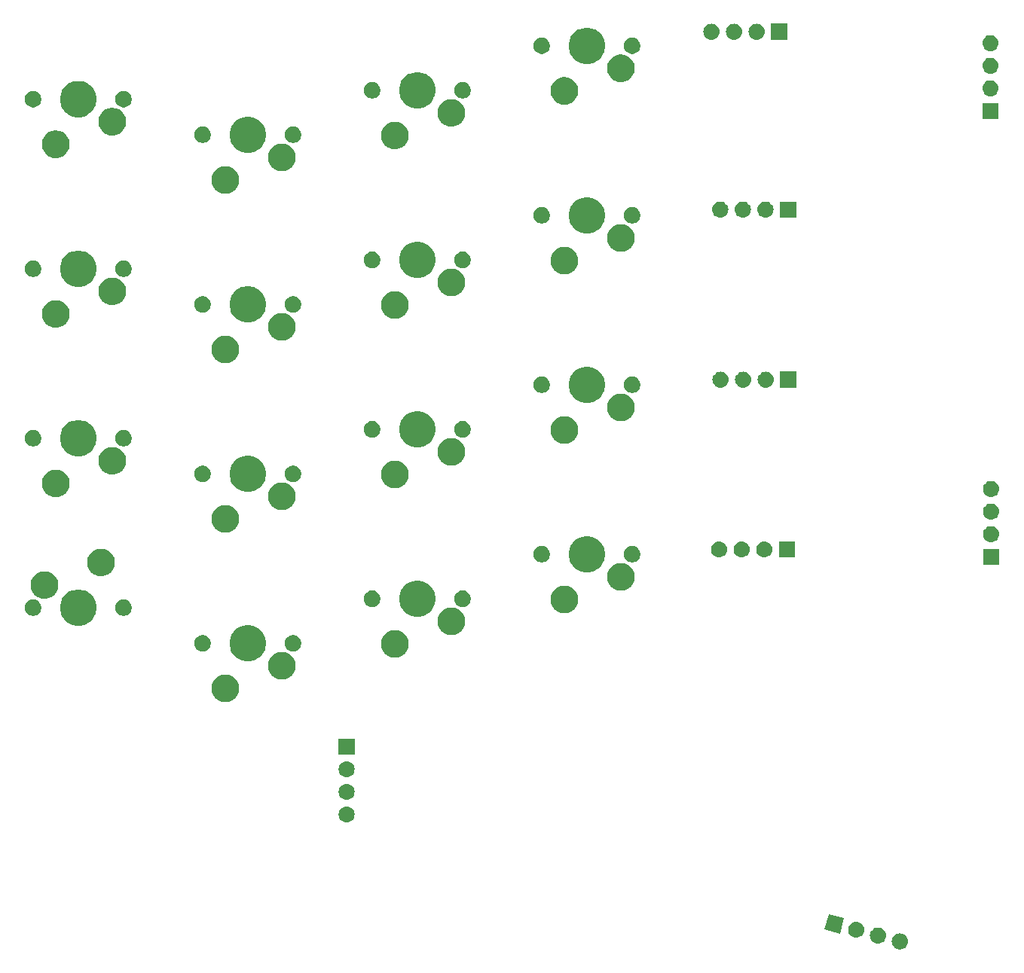
<source format=gbr>
G04 #@! TF.GenerationSoftware,KiCad,Pcbnew,(5.1.4)-1*
G04 #@! TF.CreationDate,2023-02-10T21:14:21-05:00*
G04 #@! TF.ProjectId,ThumbsUp,5468756d-6273-4557-902e-6b696361645f,rev?*
G04 #@! TF.SameCoordinates,Original*
G04 #@! TF.FileFunction,Soldermask,Top*
G04 #@! TF.FilePolarity,Negative*
%FSLAX46Y46*%
G04 Gerber Fmt 4.6, Leading zero omitted, Abs format (unit mm)*
G04 Created by KiCad (PCBNEW (5.1.4)-1) date 2023-02-10 21:14:21*
%MOMM*%
%LPD*%
G04 APERTURE LIST*
%ADD10C,0.100000*%
G04 APERTURE END LIST*
D10*
G36*
X116303588Y-599690672D02*
G01*
X116369772Y-599697190D01*
X116539611Y-599748710D01*
X116696136Y-599832375D01*
X116731874Y-599861705D01*
X116833331Y-599944967D01*
X116916593Y-600046424D01*
X116945923Y-600082162D01*
X117029588Y-600238687D01*
X117081108Y-600408526D01*
X117098504Y-600585153D01*
X117081108Y-600761780D01*
X117029588Y-600931619D01*
X116945923Y-601088144D01*
X116916593Y-601123882D01*
X116833331Y-601225339D01*
X116731874Y-601308601D01*
X116696136Y-601337931D01*
X116539611Y-601421596D01*
X116369772Y-601473116D01*
X116303588Y-601479634D01*
X116237405Y-601486153D01*
X116148885Y-601486153D01*
X116082702Y-601479634D01*
X116016518Y-601473116D01*
X115846679Y-601421596D01*
X115690154Y-601337931D01*
X115654416Y-601308601D01*
X115552959Y-601225339D01*
X115469697Y-601123882D01*
X115440367Y-601088144D01*
X115356702Y-600931619D01*
X115305182Y-600761780D01*
X115287786Y-600585153D01*
X115305182Y-600408526D01*
X115356702Y-600238687D01*
X115440367Y-600082162D01*
X115469697Y-600046424D01*
X115552959Y-599944967D01*
X115654416Y-599861705D01*
X115690154Y-599832375D01*
X115846679Y-599748710D01*
X116016518Y-599697190D01*
X116082702Y-599690672D01*
X116148885Y-599684153D01*
X116237405Y-599684153D01*
X116303588Y-599690672D01*
X116303588Y-599690672D01*
G37*
G36*
X113850136Y-599033272D02*
G01*
X113916320Y-599039790D01*
X114086159Y-599091310D01*
X114242684Y-599174975D01*
X114278422Y-599204305D01*
X114379879Y-599287567D01*
X114463141Y-599389024D01*
X114492471Y-599424762D01*
X114576136Y-599581287D01*
X114627656Y-599751126D01*
X114645052Y-599927753D01*
X114627656Y-600104380D01*
X114576136Y-600274219D01*
X114492471Y-600430744D01*
X114463141Y-600466482D01*
X114379879Y-600567939D01*
X114278422Y-600651201D01*
X114242684Y-600680531D01*
X114086159Y-600764196D01*
X113916320Y-600815716D01*
X113850136Y-600822234D01*
X113783953Y-600828753D01*
X113695433Y-600828753D01*
X113629250Y-600822234D01*
X113563066Y-600815716D01*
X113393227Y-600764196D01*
X113236702Y-600680531D01*
X113200964Y-600651201D01*
X113099507Y-600567939D01*
X113016245Y-600466482D01*
X112986915Y-600430744D01*
X112903250Y-600274219D01*
X112851730Y-600104380D01*
X112834334Y-599927753D01*
X112851730Y-599751126D01*
X112903250Y-599581287D01*
X112986915Y-599424762D01*
X113016245Y-599389024D01*
X113099507Y-599287567D01*
X113200964Y-599204305D01*
X113236702Y-599174975D01*
X113393227Y-599091310D01*
X113563066Y-599039790D01*
X113629250Y-599033272D01*
X113695433Y-599026753D01*
X113783953Y-599026753D01*
X113850136Y-599033272D01*
X113850136Y-599033272D01*
G37*
G36*
X111396685Y-598375871D02*
G01*
X111462869Y-598382389D01*
X111632708Y-598433909D01*
X111789233Y-598517574D01*
X111824971Y-598546904D01*
X111926428Y-598630166D01*
X112009690Y-598731623D01*
X112039020Y-598767361D01*
X112122685Y-598923886D01*
X112174205Y-599093725D01*
X112191601Y-599270352D01*
X112174205Y-599446979D01*
X112122685Y-599616818D01*
X112039020Y-599773343D01*
X112009690Y-599809081D01*
X111926428Y-599910538D01*
X111824971Y-599993800D01*
X111789233Y-600023130D01*
X111632708Y-600106795D01*
X111462869Y-600158315D01*
X111396684Y-600164834D01*
X111330502Y-600171352D01*
X111241982Y-600171352D01*
X111175800Y-600164834D01*
X111109615Y-600158315D01*
X110939776Y-600106795D01*
X110783251Y-600023130D01*
X110747513Y-599993800D01*
X110646056Y-599910538D01*
X110562794Y-599809081D01*
X110533464Y-599773343D01*
X110449799Y-599616818D01*
X110398279Y-599446979D01*
X110380883Y-599270352D01*
X110398279Y-599093725D01*
X110449799Y-598923886D01*
X110533464Y-598767361D01*
X110562794Y-598731623D01*
X110646056Y-598630166D01*
X110747513Y-598546904D01*
X110783251Y-598517574D01*
X110939776Y-598433909D01*
X111109615Y-598382389D01*
X111175799Y-598375871D01*
X111241982Y-598369352D01*
X111330502Y-598369352D01*
X111396685Y-598375871D01*
X111396685Y-598375871D01*
G37*
G36*
X109936285Y-597975849D02*
G01*
X109469893Y-599716447D01*
X107729295Y-599250055D01*
X108195687Y-597509457D01*
X109936285Y-597975849D01*
X109936285Y-597975849D01*
G37*
G36*
X54143231Y-585418470D02*
G01*
X54209416Y-585424989D01*
X54379255Y-585476509D01*
X54535780Y-585560174D01*
X54571518Y-585589504D01*
X54672975Y-585672766D01*
X54756237Y-585774223D01*
X54785567Y-585809961D01*
X54869232Y-585966486D01*
X54920752Y-586136325D01*
X54938148Y-586312952D01*
X54920752Y-586489579D01*
X54869232Y-586659418D01*
X54785567Y-586815943D01*
X54756237Y-586851681D01*
X54672975Y-586953138D01*
X54571518Y-587036400D01*
X54535780Y-587065730D01*
X54379255Y-587149395D01*
X54209416Y-587200915D01*
X54143231Y-587207434D01*
X54077049Y-587213952D01*
X53988529Y-587213952D01*
X53922347Y-587207434D01*
X53856162Y-587200915D01*
X53686323Y-587149395D01*
X53529798Y-587065730D01*
X53494060Y-587036400D01*
X53392603Y-586953138D01*
X53309341Y-586851681D01*
X53280011Y-586815943D01*
X53196346Y-586659418D01*
X53144826Y-586489579D01*
X53127430Y-586312952D01*
X53144826Y-586136325D01*
X53196346Y-585966486D01*
X53280011Y-585809961D01*
X53309341Y-585774223D01*
X53392603Y-585672766D01*
X53494060Y-585589504D01*
X53529798Y-585560174D01*
X53686323Y-585476509D01*
X53856162Y-585424989D01*
X53922347Y-585418470D01*
X53988529Y-585411952D01*
X54077049Y-585411952D01*
X54143231Y-585418470D01*
X54143231Y-585418470D01*
G37*
G36*
X54143232Y-582878471D02*
G01*
X54209416Y-582884989D01*
X54379255Y-582936509D01*
X54535780Y-583020174D01*
X54571518Y-583049504D01*
X54672975Y-583132766D01*
X54756237Y-583234223D01*
X54785567Y-583269961D01*
X54869232Y-583426486D01*
X54920752Y-583596325D01*
X54938148Y-583772952D01*
X54920752Y-583949579D01*
X54869232Y-584119418D01*
X54785567Y-584275943D01*
X54756237Y-584311681D01*
X54672975Y-584413138D01*
X54571518Y-584496400D01*
X54535780Y-584525730D01*
X54379255Y-584609395D01*
X54209416Y-584660915D01*
X54143231Y-584667434D01*
X54077049Y-584673952D01*
X53988529Y-584673952D01*
X53922347Y-584667434D01*
X53856162Y-584660915D01*
X53686323Y-584609395D01*
X53529798Y-584525730D01*
X53494060Y-584496400D01*
X53392603Y-584413138D01*
X53309341Y-584311681D01*
X53280011Y-584275943D01*
X53196346Y-584119418D01*
X53144826Y-583949579D01*
X53127430Y-583772952D01*
X53144826Y-583596325D01*
X53196346Y-583426486D01*
X53280011Y-583269961D01*
X53309341Y-583234223D01*
X53392603Y-583132766D01*
X53494060Y-583049504D01*
X53529798Y-583020174D01*
X53686323Y-582936509D01*
X53856162Y-582884989D01*
X53922346Y-582878471D01*
X53988529Y-582871952D01*
X54077049Y-582871952D01*
X54143232Y-582878471D01*
X54143232Y-582878471D01*
G37*
G36*
X54143231Y-580338470D02*
G01*
X54209416Y-580344989D01*
X54379255Y-580396509D01*
X54535780Y-580480174D01*
X54571518Y-580509504D01*
X54672975Y-580592766D01*
X54756237Y-580694223D01*
X54785567Y-580729961D01*
X54869232Y-580886486D01*
X54920752Y-581056325D01*
X54938148Y-581232952D01*
X54920752Y-581409579D01*
X54869232Y-581579418D01*
X54785567Y-581735943D01*
X54756237Y-581771681D01*
X54672975Y-581873138D01*
X54571518Y-581956400D01*
X54535780Y-581985730D01*
X54379255Y-582069395D01*
X54209416Y-582120915D01*
X54143232Y-582127433D01*
X54077049Y-582133952D01*
X53988529Y-582133952D01*
X53922346Y-582127433D01*
X53856162Y-582120915D01*
X53686323Y-582069395D01*
X53529798Y-581985730D01*
X53494060Y-581956400D01*
X53392603Y-581873138D01*
X53309341Y-581771681D01*
X53280011Y-581735943D01*
X53196346Y-581579418D01*
X53144826Y-581409579D01*
X53127430Y-581232952D01*
X53144826Y-581056325D01*
X53196346Y-580886486D01*
X53280011Y-580729961D01*
X53309341Y-580694223D01*
X53392603Y-580592766D01*
X53494060Y-580509504D01*
X53529798Y-580480174D01*
X53686323Y-580396509D01*
X53856162Y-580344989D01*
X53922347Y-580338470D01*
X53988529Y-580331952D01*
X54077049Y-580331952D01*
X54143231Y-580338470D01*
X54143231Y-580338470D01*
G37*
G36*
X54933789Y-579593952D02*
G01*
X53131789Y-579593952D01*
X53131789Y-577791952D01*
X54933789Y-577791952D01*
X54933789Y-579593952D01*
X54933789Y-579593952D01*
G37*
G36*
X40695374Y-570621754D02*
G01*
X40845199Y-570651556D01*
X41127463Y-570768473D01*
X41381494Y-570938211D01*
X41597530Y-571154247D01*
X41767268Y-571408278D01*
X41884185Y-571690542D01*
X41943789Y-571990192D01*
X41943789Y-572295712D01*
X41884185Y-572595362D01*
X41767268Y-572877626D01*
X41597530Y-573131657D01*
X41381494Y-573347693D01*
X41127463Y-573517431D01*
X40845199Y-573634348D01*
X40695374Y-573664150D01*
X40545550Y-573693952D01*
X40240028Y-573693952D01*
X40090204Y-573664150D01*
X39940379Y-573634348D01*
X39658115Y-573517431D01*
X39404084Y-573347693D01*
X39188048Y-573131657D01*
X39018310Y-572877626D01*
X38901393Y-572595362D01*
X38841789Y-572295712D01*
X38841789Y-571990192D01*
X38901393Y-571690542D01*
X39018310Y-571408278D01*
X39188048Y-571154247D01*
X39404084Y-570938211D01*
X39658115Y-570768473D01*
X39940379Y-570651556D01*
X40090204Y-570621754D01*
X40240028Y-570591952D01*
X40545550Y-570591952D01*
X40695374Y-570621754D01*
X40695374Y-570621754D01*
G37*
G36*
X47045374Y-568081754D02*
G01*
X47195199Y-568111556D01*
X47477463Y-568228473D01*
X47731494Y-568398211D01*
X47947530Y-568614247D01*
X48117268Y-568868278D01*
X48234185Y-569150542D01*
X48293789Y-569450192D01*
X48293789Y-569755712D01*
X48234185Y-570055362D01*
X48117268Y-570337626D01*
X47947530Y-570591657D01*
X47731494Y-570807693D01*
X47477463Y-570977431D01*
X47195199Y-571094348D01*
X47045374Y-571124150D01*
X46895550Y-571153952D01*
X46590028Y-571153952D01*
X46440204Y-571124150D01*
X46290379Y-571094348D01*
X46008115Y-570977431D01*
X45754084Y-570807693D01*
X45538048Y-570591657D01*
X45368310Y-570337626D01*
X45251393Y-570055362D01*
X45191789Y-569755712D01*
X45191789Y-569450192D01*
X45251393Y-569150542D01*
X45368310Y-568868278D01*
X45538048Y-568614247D01*
X45754084Y-568398211D01*
X46008115Y-568228473D01*
X46290379Y-568111556D01*
X46440204Y-568081754D01*
X46590028Y-568051952D01*
X46895550Y-568051952D01*
X47045374Y-568081754D01*
X47045374Y-568081754D01*
G37*
G36*
X43529263Y-565096636D02*
G01*
X43747263Y-565186935D01*
X43901412Y-565250785D01*
X44236337Y-565474575D01*
X44521166Y-565759404D01*
X44744956Y-566094329D01*
X44777351Y-566172538D01*
X44899105Y-566466478D01*
X44977689Y-566861546D01*
X44977689Y-567264358D01*
X44899105Y-567659426D01*
X44848240Y-567782224D01*
X44744956Y-568031575D01*
X44521166Y-568366500D01*
X44236337Y-568651329D01*
X43901412Y-568875119D01*
X43747263Y-568938969D01*
X43529263Y-569029268D01*
X43134195Y-569107852D01*
X42731383Y-569107852D01*
X42336315Y-569029268D01*
X42118315Y-568938969D01*
X41964166Y-568875119D01*
X41629241Y-568651329D01*
X41344412Y-568366500D01*
X41120622Y-568031575D01*
X41017338Y-567782224D01*
X40966473Y-567659426D01*
X40887889Y-567264358D01*
X40887889Y-566861546D01*
X40966473Y-566466478D01*
X41088227Y-566172538D01*
X41120622Y-566094329D01*
X41344412Y-565759404D01*
X41629241Y-565474575D01*
X41964166Y-565250785D01*
X42118315Y-565186935D01*
X42336315Y-565096636D01*
X42731383Y-565018052D01*
X43134195Y-565018052D01*
X43529263Y-565096636D01*
X43529263Y-565096636D01*
G37*
G36*
X59745375Y-565621754D02*
G01*
X59895200Y-565651556D01*
X60177464Y-565768473D01*
X60431495Y-565938211D01*
X60647531Y-566154247D01*
X60817269Y-566408278D01*
X60934186Y-566690542D01*
X60934186Y-566690543D01*
X60990122Y-566971749D01*
X60993790Y-566990192D01*
X60993790Y-567295712D01*
X60934186Y-567595362D01*
X60817269Y-567877626D01*
X60647531Y-568131657D01*
X60431495Y-568347693D01*
X60177464Y-568517431D01*
X59895200Y-568634348D01*
X59745375Y-568664150D01*
X59595551Y-568693952D01*
X59290029Y-568693952D01*
X59140205Y-568664150D01*
X58990380Y-568634348D01*
X58708116Y-568517431D01*
X58454085Y-568347693D01*
X58238049Y-568131657D01*
X58068311Y-567877626D01*
X57951394Y-567595362D01*
X57891790Y-567295712D01*
X57891790Y-566990192D01*
X57895459Y-566971749D01*
X57951394Y-566690543D01*
X57951394Y-566690542D01*
X58068311Y-566408278D01*
X58238049Y-566154247D01*
X58454085Y-565938211D01*
X58708116Y-565768473D01*
X58990380Y-565651556D01*
X59140205Y-565621754D01*
X59290029Y-565591952D01*
X59595551Y-565591952D01*
X59745375Y-565621754D01*
X59745375Y-565621754D01*
G37*
G36*
X38122893Y-566172537D02*
G01*
X38291415Y-566242341D01*
X38443080Y-566343680D01*
X38572061Y-566472661D01*
X38673400Y-566624326D01*
X38743204Y-566792848D01*
X38778789Y-566971749D01*
X38778789Y-567154155D01*
X38743204Y-567333056D01*
X38673400Y-567501578D01*
X38572061Y-567653243D01*
X38443080Y-567782224D01*
X38291415Y-567883563D01*
X38122893Y-567953367D01*
X37943992Y-567988952D01*
X37761586Y-567988952D01*
X37582685Y-567953367D01*
X37414163Y-567883563D01*
X37262498Y-567782224D01*
X37133517Y-567653243D01*
X37032178Y-567501578D01*
X36962374Y-567333056D01*
X36926789Y-567154155D01*
X36926789Y-566971749D01*
X36962374Y-566792848D01*
X37032178Y-566624326D01*
X37133517Y-566472661D01*
X37262498Y-566343680D01*
X37414163Y-566242341D01*
X37582685Y-566172537D01*
X37761586Y-566136952D01*
X37943992Y-566136952D01*
X38122893Y-566172537D01*
X38122893Y-566172537D01*
G37*
G36*
X48282893Y-566172537D02*
G01*
X48451415Y-566242341D01*
X48603080Y-566343680D01*
X48732061Y-566472661D01*
X48833400Y-566624326D01*
X48903204Y-566792848D01*
X48938789Y-566971749D01*
X48938789Y-567154155D01*
X48903204Y-567333056D01*
X48833400Y-567501578D01*
X48732061Y-567653243D01*
X48603080Y-567782224D01*
X48451415Y-567883563D01*
X48282893Y-567953367D01*
X48103992Y-567988952D01*
X47921586Y-567988952D01*
X47742685Y-567953367D01*
X47574163Y-567883563D01*
X47422498Y-567782224D01*
X47293517Y-567653243D01*
X47192178Y-567501578D01*
X47122374Y-567333056D01*
X47086789Y-567154155D01*
X47086789Y-566971749D01*
X47122374Y-566792848D01*
X47192178Y-566624326D01*
X47293517Y-566472661D01*
X47422498Y-566343680D01*
X47574163Y-566242341D01*
X47742685Y-566172537D01*
X47921586Y-566136952D01*
X48103992Y-566136952D01*
X48282893Y-566172537D01*
X48282893Y-566172537D01*
G37*
G36*
X66095375Y-563081754D02*
G01*
X66245200Y-563111556D01*
X66527464Y-563228473D01*
X66781495Y-563398211D01*
X66997531Y-563614247D01*
X67167269Y-563868278D01*
X67234908Y-564031575D01*
X67284186Y-564150543D01*
X67327143Y-564366499D01*
X67343790Y-564450192D01*
X67343790Y-564755712D01*
X67284186Y-565055362D01*
X67167269Y-565337626D01*
X66997531Y-565591657D01*
X66781495Y-565807693D01*
X66527464Y-565977431D01*
X66245200Y-566094348D01*
X66095375Y-566124150D01*
X65945551Y-566153952D01*
X65640029Y-566153952D01*
X65490205Y-566124150D01*
X65340380Y-566094348D01*
X65058116Y-565977431D01*
X64804085Y-565807693D01*
X64588049Y-565591657D01*
X64418311Y-565337626D01*
X64301394Y-565055362D01*
X64241790Y-564755712D01*
X64241790Y-564450192D01*
X64258438Y-564366499D01*
X64301394Y-564150543D01*
X64350672Y-564031575D01*
X64418311Y-563868278D01*
X64588049Y-563614247D01*
X64804085Y-563398211D01*
X65058116Y-563228473D01*
X65340380Y-563111556D01*
X65490205Y-563081754D01*
X65640029Y-563051952D01*
X65945551Y-563051952D01*
X66095375Y-563081754D01*
X66095375Y-563081754D01*
G37*
G36*
X24479263Y-561096636D02*
G01*
X24618348Y-561154247D01*
X24851412Y-561250785D01*
X25186337Y-561474575D01*
X25471166Y-561759404D01*
X25694956Y-562094329D01*
X25727351Y-562172538D01*
X25849105Y-562466478D01*
X25927689Y-562861546D01*
X25927689Y-563264358D01*
X25849105Y-563659426D01*
X25798240Y-563782224D01*
X25694956Y-564031575D01*
X25471166Y-564366500D01*
X25186337Y-564651329D01*
X24851412Y-564875119D01*
X24697263Y-564938969D01*
X24479263Y-565029268D01*
X24084195Y-565107852D01*
X23681383Y-565107852D01*
X23286315Y-565029268D01*
X23068315Y-564938969D01*
X22914166Y-564875119D01*
X22579241Y-564651329D01*
X22294412Y-564366500D01*
X22070622Y-564031575D01*
X21967338Y-563782224D01*
X21916473Y-563659426D01*
X21837889Y-563264358D01*
X21837889Y-562861546D01*
X21916473Y-562466478D01*
X22038227Y-562172538D01*
X22070622Y-562094329D01*
X22294412Y-561759404D01*
X22579241Y-561474575D01*
X22914166Y-561250785D01*
X23147230Y-561154247D01*
X23286315Y-561096636D01*
X23681383Y-561018052D01*
X24084195Y-561018052D01*
X24479263Y-561096636D01*
X24479263Y-561096636D01*
G37*
G36*
X62579264Y-560096636D02*
G01*
X62797264Y-560186935D01*
X62951413Y-560250785D01*
X63286338Y-560474575D01*
X63571167Y-560759404D01*
X63794957Y-561094329D01*
X63827352Y-561172538D01*
X63949106Y-561466478D01*
X64027690Y-561861546D01*
X64027690Y-562264358D01*
X63949106Y-562659426D01*
X63893840Y-562792849D01*
X63794957Y-563031575D01*
X63571167Y-563366500D01*
X63286338Y-563651329D01*
X62951413Y-563875119D01*
X62797264Y-563938969D01*
X62579264Y-564029268D01*
X62184196Y-564107852D01*
X61781384Y-564107852D01*
X61386316Y-564029268D01*
X61168316Y-563938969D01*
X61014167Y-563875119D01*
X60679242Y-563651329D01*
X60394413Y-563366500D01*
X60170623Y-563031575D01*
X60071740Y-562792849D01*
X60016474Y-562659426D01*
X59937890Y-562264358D01*
X59937890Y-561861546D01*
X60016474Y-561466478D01*
X60138228Y-561172538D01*
X60170623Y-561094329D01*
X60394413Y-560759404D01*
X60679242Y-560474575D01*
X61014167Y-560250785D01*
X61168316Y-560186935D01*
X61386316Y-560096636D01*
X61781384Y-560018052D01*
X62184196Y-560018052D01*
X62579264Y-560096636D01*
X62579264Y-560096636D01*
G37*
G36*
X29232893Y-562172537D02*
G01*
X29401415Y-562242341D01*
X29553080Y-562343680D01*
X29682061Y-562472661D01*
X29783400Y-562624326D01*
X29853204Y-562792848D01*
X29888789Y-562971749D01*
X29888789Y-563154155D01*
X29853204Y-563333056D01*
X29783400Y-563501578D01*
X29682061Y-563653243D01*
X29553080Y-563782224D01*
X29401415Y-563883563D01*
X29232893Y-563953367D01*
X29053992Y-563988952D01*
X28871586Y-563988952D01*
X28692685Y-563953367D01*
X28524163Y-563883563D01*
X28372498Y-563782224D01*
X28243517Y-563653243D01*
X28142178Y-563501578D01*
X28072374Y-563333056D01*
X28036789Y-563154155D01*
X28036789Y-562971749D01*
X28072374Y-562792848D01*
X28142178Y-562624326D01*
X28243517Y-562472661D01*
X28372498Y-562343680D01*
X28524163Y-562242341D01*
X28692685Y-562172537D01*
X28871586Y-562136952D01*
X29053992Y-562136952D01*
X29232893Y-562172537D01*
X29232893Y-562172537D01*
G37*
G36*
X19072893Y-562172537D02*
G01*
X19241415Y-562242341D01*
X19393080Y-562343680D01*
X19522061Y-562472661D01*
X19623400Y-562624326D01*
X19693204Y-562792848D01*
X19728789Y-562971749D01*
X19728789Y-563154155D01*
X19693204Y-563333056D01*
X19623400Y-563501578D01*
X19522061Y-563653243D01*
X19393080Y-563782224D01*
X19241415Y-563883563D01*
X19072893Y-563953367D01*
X18893992Y-563988952D01*
X18711586Y-563988952D01*
X18532685Y-563953367D01*
X18364163Y-563883563D01*
X18212498Y-563782224D01*
X18083517Y-563653243D01*
X17982178Y-563501578D01*
X17912374Y-563333056D01*
X17876789Y-563154155D01*
X17876789Y-562971749D01*
X17912374Y-562792848D01*
X17982178Y-562624326D01*
X18083517Y-562472661D01*
X18212498Y-562343680D01*
X18364163Y-562242341D01*
X18532685Y-562172537D01*
X18711586Y-562136952D01*
X18893992Y-562136952D01*
X19072893Y-562172537D01*
X19072893Y-562172537D01*
G37*
G36*
X78795374Y-560621754D02*
G01*
X78945199Y-560651556D01*
X79227463Y-560768473D01*
X79481494Y-560938211D01*
X79697530Y-561154247D01*
X79867268Y-561408278D01*
X79984185Y-561690542D01*
X79991575Y-561727693D01*
X80043789Y-561990191D01*
X80043789Y-562295713D01*
X80013987Y-562445537D01*
X79984185Y-562595362D01*
X79867268Y-562877626D01*
X79697530Y-563131657D01*
X79481494Y-563347693D01*
X79227463Y-563517431D01*
X78945199Y-563634348D01*
X78850212Y-563653242D01*
X78645550Y-563693952D01*
X78340028Y-563693952D01*
X78135366Y-563653242D01*
X78040379Y-563634348D01*
X77758115Y-563517431D01*
X77504084Y-563347693D01*
X77288048Y-563131657D01*
X77118310Y-562877626D01*
X77001393Y-562595362D01*
X76971591Y-562445537D01*
X76941789Y-562295713D01*
X76941789Y-561990191D01*
X76994003Y-561727693D01*
X77001393Y-561690542D01*
X77118310Y-561408278D01*
X77288048Y-561154247D01*
X77504084Y-560938211D01*
X77758115Y-560768473D01*
X78040379Y-560651556D01*
X78190204Y-560621754D01*
X78340028Y-560591952D01*
X78645550Y-560591952D01*
X78795374Y-560621754D01*
X78795374Y-560621754D01*
G37*
G36*
X67332894Y-561172537D02*
G01*
X67501416Y-561242341D01*
X67653081Y-561343680D01*
X67782062Y-561472661D01*
X67883401Y-561624326D01*
X67953205Y-561792848D01*
X67988790Y-561971749D01*
X67988790Y-562154155D01*
X67953205Y-562333056D01*
X67883401Y-562501578D01*
X67782062Y-562653243D01*
X67653081Y-562782224D01*
X67501416Y-562883563D01*
X67332894Y-562953367D01*
X67153993Y-562988952D01*
X66971587Y-562988952D01*
X66792686Y-562953367D01*
X66624164Y-562883563D01*
X66472499Y-562782224D01*
X66343518Y-562653243D01*
X66242179Y-562501578D01*
X66172375Y-562333056D01*
X66136790Y-562154155D01*
X66136790Y-561971749D01*
X66172375Y-561792848D01*
X66242179Y-561624326D01*
X66343518Y-561472661D01*
X66472499Y-561343680D01*
X66624164Y-561242341D01*
X66792686Y-561172537D01*
X66971587Y-561136952D01*
X67153993Y-561136952D01*
X67332894Y-561172537D01*
X67332894Y-561172537D01*
G37*
G36*
X57172894Y-561172537D02*
G01*
X57341416Y-561242341D01*
X57493081Y-561343680D01*
X57622062Y-561472661D01*
X57723401Y-561624326D01*
X57793205Y-561792848D01*
X57828790Y-561971749D01*
X57828790Y-562154155D01*
X57793205Y-562333056D01*
X57723401Y-562501578D01*
X57622062Y-562653243D01*
X57493081Y-562782224D01*
X57341416Y-562883563D01*
X57172894Y-562953367D01*
X56993993Y-562988952D01*
X56811587Y-562988952D01*
X56632686Y-562953367D01*
X56464164Y-562883563D01*
X56312499Y-562782224D01*
X56183518Y-562653243D01*
X56082179Y-562501578D01*
X56012375Y-562333056D01*
X55976790Y-562154155D01*
X55976790Y-561971749D01*
X56012375Y-561792848D01*
X56082179Y-561624326D01*
X56183518Y-561472661D01*
X56312499Y-561343680D01*
X56464164Y-561242341D01*
X56632686Y-561172537D01*
X56811587Y-561136952D01*
X56993993Y-561136952D01*
X57172894Y-561172537D01*
X57172894Y-561172537D01*
G37*
G36*
X20375374Y-559001754D02*
G01*
X20525199Y-559031556D01*
X20807463Y-559148473D01*
X21061494Y-559318211D01*
X21277530Y-559534247D01*
X21447268Y-559788278D01*
X21564185Y-560070542D01*
X21593987Y-560220367D01*
X21623789Y-560370191D01*
X21623789Y-560675713D01*
X21605338Y-560768473D01*
X21564185Y-560975362D01*
X21447268Y-561257626D01*
X21277530Y-561511657D01*
X21061494Y-561727693D01*
X20807463Y-561897431D01*
X20525199Y-562014348D01*
X20375374Y-562044150D01*
X20225550Y-562073952D01*
X19920028Y-562073952D01*
X19770204Y-562044150D01*
X19620379Y-562014348D01*
X19338115Y-561897431D01*
X19084084Y-561727693D01*
X18868048Y-561511657D01*
X18698310Y-561257626D01*
X18581393Y-560975362D01*
X18540240Y-560768473D01*
X18521789Y-560675713D01*
X18521789Y-560370191D01*
X18551591Y-560220367D01*
X18581393Y-560070542D01*
X18698310Y-559788278D01*
X18868048Y-559534247D01*
X19084084Y-559318211D01*
X19338115Y-559148473D01*
X19620379Y-559031556D01*
X19770204Y-559001754D01*
X19920028Y-558971952D01*
X20225550Y-558971952D01*
X20375374Y-559001754D01*
X20375374Y-559001754D01*
G37*
G36*
X85145374Y-558081754D02*
G01*
X85295199Y-558111556D01*
X85577463Y-558228473D01*
X85831494Y-558398211D01*
X86047530Y-558614247D01*
X86217268Y-558868278D01*
X86334185Y-559150542D01*
X86393789Y-559450192D01*
X86393789Y-559755712D01*
X86334185Y-560055362D01*
X86217268Y-560337626D01*
X86047530Y-560591657D01*
X85831494Y-560807693D01*
X85577463Y-560977431D01*
X85295199Y-561094348D01*
X85145374Y-561124150D01*
X84995550Y-561153952D01*
X84690028Y-561153952D01*
X84540204Y-561124150D01*
X84390379Y-561094348D01*
X84108115Y-560977431D01*
X83854084Y-560807693D01*
X83638048Y-560591657D01*
X83468310Y-560337626D01*
X83351393Y-560055362D01*
X83291789Y-559755712D01*
X83291789Y-559450192D01*
X83351393Y-559150542D01*
X83468310Y-558868278D01*
X83638048Y-558614247D01*
X83854084Y-558398211D01*
X84108115Y-558228473D01*
X84390379Y-558111556D01*
X84540204Y-558081754D01*
X84690028Y-558051952D01*
X84995550Y-558051952D01*
X85145374Y-558081754D01*
X85145374Y-558081754D01*
G37*
G36*
X26635581Y-556443893D02*
G01*
X26875199Y-556491556D01*
X27157463Y-556608473D01*
X27411494Y-556778211D01*
X27627530Y-556994247D01*
X27797268Y-557248278D01*
X27914185Y-557530542D01*
X27938592Y-557653243D01*
X27964248Y-557782223D01*
X27973789Y-557830192D01*
X27973789Y-558135712D01*
X27914185Y-558435362D01*
X27797268Y-558717626D01*
X27627530Y-558971657D01*
X27411494Y-559187693D01*
X27157463Y-559357431D01*
X26875199Y-559474348D01*
X26725374Y-559504150D01*
X26575550Y-559533952D01*
X26270028Y-559533952D01*
X26120204Y-559504150D01*
X25970379Y-559474348D01*
X25688115Y-559357431D01*
X25434084Y-559187693D01*
X25218048Y-558971657D01*
X25048310Y-558717626D01*
X24931393Y-558435362D01*
X24871789Y-558135712D01*
X24871789Y-557830192D01*
X24881331Y-557782223D01*
X24906986Y-557653243D01*
X24931393Y-557530542D01*
X25048310Y-557248278D01*
X25218048Y-556994247D01*
X25434084Y-556778211D01*
X25688115Y-556608473D01*
X25970379Y-556491556D01*
X26209997Y-556443893D01*
X26270028Y-556431952D01*
X26575550Y-556431952D01*
X26635581Y-556443893D01*
X26635581Y-556443893D01*
G37*
G36*
X81629263Y-555096636D02*
G01*
X81847263Y-555186935D01*
X82001412Y-555250785D01*
X82336337Y-555474575D01*
X82621166Y-555759404D01*
X82844956Y-556094329D01*
X82877351Y-556172538D01*
X82999105Y-556466478D01*
X83077689Y-556861546D01*
X83077689Y-557264358D01*
X82999105Y-557659426D01*
X82948240Y-557782224D01*
X82844956Y-558031575D01*
X82621166Y-558366500D01*
X82336337Y-558651329D01*
X82001412Y-558875119D01*
X81847263Y-558938969D01*
X81629263Y-559029268D01*
X81234195Y-559107852D01*
X80831383Y-559107852D01*
X80436315Y-559029268D01*
X80218315Y-558938969D01*
X80064166Y-558875119D01*
X79729241Y-558651329D01*
X79444412Y-558366500D01*
X79220622Y-558031575D01*
X79117338Y-557782224D01*
X79066473Y-557659426D01*
X78987889Y-557264358D01*
X78987889Y-556861546D01*
X79066473Y-556466478D01*
X79188227Y-556172538D01*
X79220622Y-556094329D01*
X79444412Y-555759404D01*
X79729241Y-555474575D01*
X80064166Y-555250785D01*
X80218315Y-555186935D01*
X80436315Y-555096636D01*
X80831383Y-555018052D01*
X81234195Y-555018052D01*
X81629263Y-555096636D01*
X81629263Y-555096636D01*
G37*
G36*
X127341599Y-558245893D02*
G01*
X125539599Y-558245893D01*
X125539599Y-556443893D01*
X127341599Y-556443893D01*
X127341599Y-558245893D01*
X127341599Y-558245893D01*
G37*
G36*
X86382893Y-556172537D02*
G01*
X86551415Y-556242341D01*
X86703080Y-556343680D01*
X86832061Y-556472661D01*
X86933400Y-556624326D01*
X87003204Y-556792848D01*
X87038789Y-556971749D01*
X87038789Y-557154155D01*
X87003204Y-557333056D01*
X86933400Y-557501578D01*
X86832061Y-557653243D01*
X86703080Y-557782224D01*
X86551415Y-557883563D01*
X86382893Y-557953367D01*
X86203992Y-557988952D01*
X86021586Y-557988952D01*
X85842685Y-557953367D01*
X85674163Y-557883563D01*
X85522498Y-557782224D01*
X85393517Y-557653243D01*
X85292178Y-557501578D01*
X85222374Y-557333056D01*
X85186789Y-557154155D01*
X85186789Y-556971749D01*
X85222374Y-556792848D01*
X85292178Y-556624326D01*
X85393517Y-556472661D01*
X85522498Y-556343680D01*
X85674163Y-556242341D01*
X85842685Y-556172537D01*
X86021586Y-556136952D01*
X86203992Y-556136952D01*
X86382893Y-556172537D01*
X86382893Y-556172537D01*
G37*
G36*
X76222893Y-556172537D02*
G01*
X76391415Y-556242341D01*
X76543080Y-556343680D01*
X76672061Y-556472661D01*
X76773400Y-556624326D01*
X76843204Y-556792848D01*
X76878789Y-556971749D01*
X76878789Y-557154155D01*
X76843204Y-557333056D01*
X76773400Y-557501578D01*
X76672061Y-557653243D01*
X76543080Y-557782224D01*
X76391415Y-557883563D01*
X76222893Y-557953367D01*
X76043992Y-557988952D01*
X75861586Y-557988952D01*
X75682685Y-557953367D01*
X75514163Y-557883563D01*
X75362498Y-557782224D01*
X75233517Y-557653243D01*
X75132178Y-557501578D01*
X75062374Y-557333056D01*
X75026789Y-557154155D01*
X75026789Y-556971749D01*
X75062374Y-556792848D01*
X75132178Y-556624326D01*
X75233517Y-556472661D01*
X75362498Y-556343680D01*
X75514163Y-556242341D01*
X75682685Y-556172537D01*
X75861586Y-556136952D01*
X76043992Y-556136952D01*
X76222893Y-556172537D01*
X76222893Y-556172537D01*
G37*
G36*
X95987416Y-555626490D02*
G01*
X96053601Y-555633009D01*
X96223440Y-555684529D01*
X96379965Y-555768194D01*
X96415703Y-555797524D01*
X96517160Y-555880786D01*
X96600422Y-555982243D01*
X96629752Y-556017981D01*
X96713417Y-556174506D01*
X96764937Y-556344345D01*
X96782333Y-556520972D01*
X96764937Y-556697599D01*
X96713417Y-556867438D01*
X96629752Y-557023963D01*
X96600422Y-557059701D01*
X96517160Y-557161158D01*
X96415703Y-557244420D01*
X96379965Y-557273750D01*
X96223440Y-557357415D01*
X96053601Y-557408935D01*
X95987417Y-557415453D01*
X95921234Y-557421972D01*
X95832714Y-557421972D01*
X95766531Y-557415453D01*
X95700347Y-557408935D01*
X95530508Y-557357415D01*
X95373983Y-557273750D01*
X95338245Y-557244420D01*
X95236788Y-557161158D01*
X95153526Y-557059701D01*
X95124196Y-557023963D01*
X95040531Y-556867438D01*
X94989011Y-556697599D01*
X94971615Y-556520972D01*
X94989011Y-556344345D01*
X95040531Y-556174506D01*
X95124196Y-556017981D01*
X95153526Y-555982243D01*
X95236788Y-555880786D01*
X95338245Y-555797524D01*
X95373983Y-555768194D01*
X95530508Y-555684529D01*
X95700347Y-555633009D01*
X95766532Y-555626490D01*
X95832714Y-555619972D01*
X95921234Y-555619972D01*
X95987416Y-555626490D01*
X95987416Y-555626490D01*
G37*
G36*
X98527416Y-555626490D02*
G01*
X98593601Y-555633009D01*
X98763440Y-555684529D01*
X98919965Y-555768194D01*
X98955703Y-555797524D01*
X99057160Y-555880786D01*
X99140422Y-555982243D01*
X99169752Y-556017981D01*
X99253417Y-556174506D01*
X99304937Y-556344345D01*
X99322333Y-556520972D01*
X99304937Y-556697599D01*
X99253417Y-556867438D01*
X99169752Y-557023963D01*
X99140422Y-557059701D01*
X99057160Y-557161158D01*
X98955703Y-557244420D01*
X98919965Y-557273750D01*
X98763440Y-557357415D01*
X98593601Y-557408935D01*
X98527417Y-557415453D01*
X98461234Y-557421972D01*
X98372714Y-557421972D01*
X98306531Y-557415453D01*
X98240347Y-557408935D01*
X98070508Y-557357415D01*
X97913983Y-557273750D01*
X97878245Y-557244420D01*
X97776788Y-557161158D01*
X97693526Y-557059701D01*
X97664196Y-557023963D01*
X97580531Y-556867438D01*
X97529011Y-556697599D01*
X97511615Y-556520972D01*
X97529011Y-556344345D01*
X97580531Y-556174506D01*
X97664196Y-556017981D01*
X97693526Y-555982243D01*
X97776788Y-555880786D01*
X97878245Y-555797524D01*
X97913983Y-555768194D01*
X98070508Y-555684529D01*
X98240347Y-555633009D01*
X98306532Y-555626490D01*
X98372714Y-555619972D01*
X98461234Y-555619972D01*
X98527416Y-555626490D01*
X98527416Y-555626490D01*
G37*
G36*
X104397974Y-557421972D02*
G01*
X102595974Y-557421972D01*
X102595974Y-555619972D01*
X104397974Y-555619972D01*
X104397974Y-557421972D01*
X104397974Y-557421972D01*
G37*
G36*
X101067416Y-555626490D02*
G01*
X101133601Y-555633009D01*
X101303440Y-555684529D01*
X101459965Y-555768194D01*
X101495703Y-555797524D01*
X101597160Y-555880786D01*
X101680422Y-555982243D01*
X101709752Y-556017981D01*
X101793417Y-556174506D01*
X101844937Y-556344345D01*
X101862333Y-556520972D01*
X101844937Y-556697599D01*
X101793417Y-556867438D01*
X101709752Y-557023963D01*
X101680422Y-557059701D01*
X101597160Y-557161158D01*
X101495703Y-557244420D01*
X101459965Y-557273750D01*
X101303440Y-557357415D01*
X101133601Y-557408935D01*
X101067417Y-557415453D01*
X101001234Y-557421972D01*
X100912714Y-557421972D01*
X100846531Y-557415453D01*
X100780347Y-557408935D01*
X100610508Y-557357415D01*
X100453983Y-557273750D01*
X100418245Y-557244420D01*
X100316788Y-557161158D01*
X100233526Y-557059701D01*
X100204196Y-557023963D01*
X100120531Y-556867438D01*
X100069011Y-556697599D01*
X100051615Y-556520972D01*
X100069011Y-556344345D01*
X100120531Y-556174506D01*
X100204196Y-556017981D01*
X100233526Y-555982243D01*
X100316788Y-555880786D01*
X100418245Y-555797524D01*
X100453983Y-555768194D01*
X100610508Y-555684529D01*
X100780347Y-555633009D01*
X100846532Y-555626490D01*
X100912714Y-555619972D01*
X101001234Y-555619972D01*
X101067416Y-555626490D01*
X101067416Y-555626490D01*
G37*
G36*
X126551041Y-553910411D02*
G01*
X126617226Y-553916930D01*
X126787065Y-553968450D01*
X126943590Y-554052115D01*
X126979328Y-554081445D01*
X127080785Y-554164707D01*
X127164047Y-554266164D01*
X127193377Y-554301902D01*
X127277042Y-554458427D01*
X127328562Y-554628266D01*
X127345958Y-554804893D01*
X127328562Y-554981520D01*
X127277042Y-555151359D01*
X127193377Y-555307884D01*
X127164047Y-555343622D01*
X127080785Y-555445079D01*
X126979328Y-555528341D01*
X126943590Y-555557671D01*
X126787065Y-555641336D01*
X126617226Y-555692856D01*
X126551041Y-555699375D01*
X126484859Y-555705893D01*
X126396339Y-555705893D01*
X126330157Y-555699375D01*
X126263972Y-555692856D01*
X126094133Y-555641336D01*
X125937608Y-555557671D01*
X125901870Y-555528341D01*
X125800413Y-555445079D01*
X125717151Y-555343622D01*
X125687821Y-555307884D01*
X125604156Y-555151359D01*
X125552636Y-554981520D01*
X125535240Y-554804893D01*
X125552636Y-554628266D01*
X125604156Y-554458427D01*
X125687821Y-554301902D01*
X125717151Y-554266164D01*
X125800413Y-554164707D01*
X125901870Y-554081445D01*
X125937608Y-554052115D01*
X126094133Y-553968450D01*
X126263972Y-553916930D01*
X126330157Y-553910411D01*
X126396339Y-553903893D01*
X126484859Y-553903893D01*
X126551041Y-553910411D01*
X126551041Y-553910411D01*
G37*
G36*
X40695375Y-551571754D02*
G01*
X40845200Y-551601556D01*
X41127464Y-551718473D01*
X41381495Y-551888211D01*
X41597531Y-552104247D01*
X41767269Y-552358278D01*
X41884186Y-552640542D01*
X41884186Y-552640543D01*
X41936806Y-552905078D01*
X41943790Y-552940192D01*
X41943790Y-553245712D01*
X41884186Y-553545362D01*
X41767269Y-553827626D01*
X41597531Y-554081657D01*
X41381495Y-554297693D01*
X41127464Y-554467431D01*
X40845200Y-554584348D01*
X40695375Y-554614150D01*
X40545551Y-554643952D01*
X40240029Y-554643952D01*
X40090205Y-554614150D01*
X39940380Y-554584348D01*
X39658116Y-554467431D01*
X39404085Y-554297693D01*
X39188049Y-554081657D01*
X39018311Y-553827626D01*
X38901394Y-553545362D01*
X38841790Y-553245712D01*
X38841790Y-552940192D01*
X38848775Y-552905078D01*
X38901394Y-552640543D01*
X38901394Y-552640542D01*
X39018311Y-552358278D01*
X39188049Y-552104247D01*
X39404085Y-551888211D01*
X39658116Y-551718473D01*
X39940380Y-551601556D01*
X40090205Y-551571754D01*
X40240029Y-551541952D01*
X40545551Y-551541952D01*
X40695375Y-551571754D01*
X40695375Y-551571754D01*
G37*
G36*
X126551041Y-551370411D02*
G01*
X126617226Y-551376930D01*
X126787065Y-551428450D01*
X126943590Y-551512115D01*
X126979328Y-551541445D01*
X127080785Y-551624707D01*
X127164047Y-551726164D01*
X127193377Y-551761902D01*
X127277042Y-551918427D01*
X127328562Y-552088266D01*
X127345958Y-552264893D01*
X127328562Y-552441520D01*
X127277042Y-552611359D01*
X127193377Y-552767884D01*
X127164047Y-552803622D01*
X127080785Y-552905079D01*
X126979328Y-552988341D01*
X126943590Y-553017671D01*
X126787065Y-553101336D01*
X126617226Y-553152856D01*
X126551042Y-553159374D01*
X126484859Y-553165893D01*
X126396339Y-553165893D01*
X126330156Y-553159374D01*
X126263972Y-553152856D01*
X126094133Y-553101336D01*
X125937608Y-553017671D01*
X125901870Y-552988341D01*
X125800413Y-552905079D01*
X125717151Y-552803622D01*
X125687821Y-552767884D01*
X125604156Y-552611359D01*
X125552636Y-552441520D01*
X125535240Y-552264893D01*
X125552636Y-552088266D01*
X125604156Y-551918427D01*
X125687821Y-551761902D01*
X125717151Y-551726164D01*
X125800413Y-551624707D01*
X125901870Y-551541445D01*
X125937608Y-551512115D01*
X126094133Y-551428450D01*
X126263972Y-551376930D01*
X126330157Y-551370411D01*
X126396339Y-551363893D01*
X126484859Y-551363893D01*
X126551041Y-551370411D01*
X126551041Y-551370411D01*
G37*
G36*
X47045375Y-549031754D02*
G01*
X47195200Y-549061556D01*
X47477464Y-549178473D01*
X47731495Y-549348211D01*
X47947531Y-549564247D01*
X48117269Y-549818278D01*
X48234186Y-550100542D01*
X48234186Y-550100543D01*
X48286806Y-550365078D01*
X48293790Y-550400192D01*
X48293790Y-550705712D01*
X48234186Y-551005362D01*
X48117269Y-551287626D01*
X47947531Y-551541657D01*
X47731495Y-551757693D01*
X47477464Y-551927431D01*
X47195200Y-552044348D01*
X47045375Y-552074150D01*
X46895551Y-552103952D01*
X46590029Y-552103952D01*
X46440205Y-552074150D01*
X46290380Y-552044348D01*
X46008116Y-551927431D01*
X45754085Y-551757693D01*
X45538049Y-551541657D01*
X45368311Y-551287626D01*
X45251394Y-551005362D01*
X45191790Y-550705712D01*
X45191790Y-550400192D01*
X45198775Y-550365078D01*
X45251394Y-550100543D01*
X45251394Y-550100542D01*
X45368311Y-549818278D01*
X45538049Y-549564247D01*
X45754085Y-549348211D01*
X46008116Y-549178473D01*
X46290380Y-549061556D01*
X46440205Y-549031754D01*
X46590029Y-549001952D01*
X46895551Y-549001952D01*
X47045375Y-549031754D01*
X47045375Y-549031754D01*
G37*
G36*
X21645375Y-547571754D02*
G01*
X21795200Y-547601556D01*
X22077464Y-547718473D01*
X22331495Y-547888211D01*
X22547531Y-548104247D01*
X22717269Y-548358278D01*
X22834186Y-548640542D01*
X22834186Y-548640543D01*
X22893790Y-548940191D01*
X22893790Y-549245713D01*
X22873402Y-549348211D01*
X22834186Y-549545362D01*
X22717269Y-549827626D01*
X22547531Y-550081657D01*
X22331495Y-550297693D01*
X22077464Y-550467431D01*
X21795200Y-550584348D01*
X21651880Y-550612856D01*
X21495551Y-550643952D01*
X21190029Y-550643952D01*
X21033700Y-550612856D01*
X20890380Y-550584348D01*
X20608116Y-550467431D01*
X20354085Y-550297693D01*
X20138049Y-550081657D01*
X19968311Y-549827626D01*
X19851394Y-549545362D01*
X19812178Y-549348211D01*
X19791790Y-549245713D01*
X19791790Y-548940191D01*
X19851394Y-548640543D01*
X19851394Y-548640542D01*
X19968311Y-548358278D01*
X20138049Y-548104247D01*
X20354085Y-547888211D01*
X20608116Y-547718473D01*
X20890380Y-547601556D01*
X21040205Y-547571754D01*
X21190029Y-547541952D01*
X21495551Y-547541952D01*
X21645375Y-547571754D01*
X21645375Y-547571754D01*
G37*
G36*
X126551042Y-548830412D02*
G01*
X126617226Y-548836930D01*
X126787065Y-548888450D01*
X126943590Y-548972115D01*
X126979328Y-549001445D01*
X127080785Y-549084707D01*
X127164047Y-549186164D01*
X127193377Y-549221902D01*
X127277042Y-549378427D01*
X127328562Y-549548266D01*
X127345958Y-549724893D01*
X127328562Y-549901520D01*
X127277042Y-550071359D01*
X127193377Y-550227884D01*
X127164047Y-550263622D01*
X127080785Y-550365079D01*
X126979328Y-550448341D01*
X126943590Y-550477671D01*
X126787065Y-550561336D01*
X126617226Y-550612856D01*
X126551042Y-550619374D01*
X126484859Y-550625893D01*
X126396339Y-550625893D01*
X126330156Y-550619374D01*
X126263972Y-550612856D01*
X126094133Y-550561336D01*
X125937608Y-550477671D01*
X125901870Y-550448341D01*
X125800413Y-550365079D01*
X125717151Y-550263622D01*
X125687821Y-550227884D01*
X125604156Y-550071359D01*
X125552636Y-549901520D01*
X125535240Y-549724893D01*
X125552636Y-549548266D01*
X125604156Y-549378427D01*
X125687821Y-549221902D01*
X125717151Y-549186164D01*
X125800413Y-549084707D01*
X125901870Y-549001445D01*
X125937608Y-548972115D01*
X126094133Y-548888450D01*
X126263972Y-548836930D01*
X126330156Y-548830412D01*
X126396339Y-548823893D01*
X126484859Y-548823893D01*
X126551042Y-548830412D01*
X126551042Y-548830412D01*
G37*
G36*
X43529264Y-546046636D02*
G01*
X43747264Y-546136935D01*
X43901413Y-546200785D01*
X44236338Y-546424575D01*
X44521167Y-546709404D01*
X44744957Y-547044329D01*
X44777352Y-547122538D01*
X44899106Y-547416478D01*
X44977690Y-547811546D01*
X44977690Y-548214358D01*
X44899106Y-548609426D01*
X44848241Y-548732224D01*
X44744957Y-548981575D01*
X44521167Y-549316500D01*
X44236338Y-549601329D01*
X43901413Y-549825119D01*
X43747264Y-549888969D01*
X43529264Y-549979268D01*
X43134196Y-550057852D01*
X42731384Y-550057852D01*
X42336316Y-549979268D01*
X42118316Y-549888969D01*
X41964167Y-549825119D01*
X41629242Y-549601329D01*
X41344413Y-549316500D01*
X41120623Y-548981575D01*
X41017339Y-548732224D01*
X40966474Y-548609426D01*
X40887890Y-548214358D01*
X40887890Y-547811546D01*
X40966474Y-547416478D01*
X41088228Y-547122538D01*
X41120623Y-547044329D01*
X41344413Y-546709404D01*
X41629242Y-546424575D01*
X41964167Y-546200785D01*
X42118316Y-546136935D01*
X42336316Y-546046636D01*
X42731384Y-545968052D01*
X43134196Y-545968052D01*
X43529264Y-546046636D01*
X43529264Y-546046636D01*
G37*
G36*
X59745374Y-546571754D02*
G01*
X59895199Y-546601556D01*
X60177463Y-546718473D01*
X60431494Y-546888211D01*
X60647530Y-547104247D01*
X60817268Y-547358278D01*
X60934185Y-547640542D01*
X60934185Y-547640543D01*
X60990121Y-547921749D01*
X60993789Y-547940192D01*
X60993789Y-548245712D01*
X60934185Y-548545362D01*
X60817268Y-548827626D01*
X60647530Y-549081657D01*
X60431494Y-549297693D01*
X60177463Y-549467431D01*
X59895199Y-549584348D01*
X59745374Y-549614150D01*
X59595550Y-549643952D01*
X59290028Y-549643952D01*
X59140204Y-549614150D01*
X58990379Y-549584348D01*
X58708115Y-549467431D01*
X58454084Y-549297693D01*
X58238048Y-549081657D01*
X58068310Y-548827626D01*
X57951393Y-548545362D01*
X57891789Y-548245712D01*
X57891789Y-547940192D01*
X57895458Y-547921749D01*
X57951393Y-547640543D01*
X57951393Y-547640542D01*
X58068310Y-547358278D01*
X58238048Y-547104247D01*
X58454084Y-546888211D01*
X58708115Y-546718473D01*
X58990379Y-546601556D01*
X59140204Y-546571754D01*
X59290028Y-546541952D01*
X59595550Y-546541952D01*
X59745374Y-546571754D01*
X59745374Y-546571754D01*
G37*
G36*
X38122894Y-547122537D02*
G01*
X38291416Y-547192341D01*
X38443081Y-547293680D01*
X38572062Y-547422661D01*
X38673401Y-547574326D01*
X38743205Y-547742848D01*
X38778790Y-547921749D01*
X38778790Y-548104155D01*
X38743205Y-548283056D01*
X38673401Y-548451578D01*
X38572062Y-548603243D01*
X38443081Y-548732224D01*
X38291416Y-548833563D01*
X38122894Y-548903367D01*
X37943993Y-548938952D01*
X37761587Y-548938952D01*
X37582686Y-548903367D01*
X37414164Y-548833563D01*
X37262499Y-548732224D01*
X37133518Y-548603243D01*
X37032179Y-548451578D01*
X36962375Y-548283056D01*
X36926790Y-548104155D01*
X36926790Y-547921749D01*
X36962375Y-547742848D01*
X37032179Y-547574326D01*
X37133518Y-547422661D01*
X37262499Y-547293680D01*
X37414164Y-547192341D01*
X37582686Y-547122537D01*
X37761587Y-547086952D01*
X37943993Y-547086952D01*
X38122894Y-547122537D01*
X38122894Y-547122537D01*
G37*
G36*
X48282894Y-547122537D02*
G01*
X48451416Y-547192341D01*
X48603081Y-547293680D01*
X48732062Y-547422661D01*
X48833401Y-547574326D01*
X48903205Y-547742848D01*
X48938790Y-547921749D01*
X48938790Y-548104155D01*
X48903205Y-548283056D01*
X48833401Y-548451578D01*
X48732062Y-548603243D01*
X48603081Y-548732224D01*
X48451416Y-548833563D01*
X48282894Y-548903367D01*
X48103993Y-548938952D01*
X47921587Y-548938952D01*
X47742686Y-548903367D01*
X47574164Y-548833563D01*
X47422499Y-548732224D01*
X47293518Y-548603243D01*
X47192179Y-548451578D01*
X47122375Y-548283056D01*
X47086790Y-548104155D01*
X47086790Y-547921749D01*
X47122375Y-547742848D01*
X47192179Y-547574326D01*
X47293518Y-547422661D01*
X47422499Y-547293680D01*
X47574164Y-547192341D01*
X47742686Y-547122537D01*
X47921587Y-547086952D01*
X48103993Y-547086952D01*
X48282894Y-547122537D01*
X48282894Y-547122537D01*
G37*
G36*
X27995375Y-545031754D02*
G01*
X28145200Y-545061556D01*
X28427464Y-545178473D01*
X28681495Y-545348211D01*
X28897531Y-545564247D01*
X29067269Y-545818278D01*
X29184186Y-546100542D01*
X29213988Y-546250367D01*
X29243790Y-546400191D01*
X29243790Y-546705713D01*
X29241252Y-546718473D01*
X29184186Y-547005362D01*
X29067269Y-547287626D01*
X28897531Y-547541657D01*
X28681495Y-547757693D01*
X28427464Y-547927431D01*
X28145200Y-548044348D01*
X27995375Y-548074150D01*
X27845551Y-548103952D01*
X27540029Y-548103952D01*
X27390205Y-548074150D01*
X27240380Y-548044348D01*
X26958116Y-547927431D01*
X26704085Y-547757693D01*
X26488049Y-547541657D01*
X26318311Y-547287626D01*
X26201394Y-547005362D01*
X26144328Y-546718473D01*
X26141790Y-546705713D01*
X26141790Y-546400191D01*
X26171592Y-546250367D01*
X26201394Y-546100542D01*
X26318311Y-545818278D01*
X26488049Y-545564247D01*
X26704085Y-545348211D01*
X26958116Y-545178473D01*
X27240380Y-545061556D01*
X27390205Y-545031754D01*
X27540029Y-545001952D01*
X27845551Y-545001952D01*
X27995375Y-545031754D01*
X27995375Y-545031754D01*
G37*
G36*
X66095374Y-544031754D02*
G01*
X66245199Y-544061556D01*
X66527463Y-544178473D01*
X66781494Y-544348211D01*
X66997530Y-544564247D01*
X67167268Y-544818278D01*
X67284185Y-545100542D01*
X67284185Y-545100543D01*
X67327142Y-545316499D01*
X67343789Y-545400192D01*
X67343789Y-545705712D01*
X67284185Y-546005362D01*
X67167268Y-546287626D01*
X66997530Y-546541657D01*
X66781494Y-546757693D01*
X66527463Y-546927431D01*
X66245199Y-547044348D01*
X66095374Y-547074150D01*
X65945550Y-547103952D01*
X65640028Y-547103952D01*
X65490204Y-547074150D01*
X65340379Y-547044348D01*
X65058115Y-546927431D01*
X64804084Y-546757693D01*
X64588048Y-546541657D01*
X64418310Y-546287626D01*
X64301393Y-546005362D01*
X64241789Y-545705712D01*
X64241789Y-545400192D01*
X64258437Y-545316499D01*
X64301393Y-545100543D01*
X64301393Y-545100542D01*
X64418310Y-544818278D01*
X64588048Y-544564247D01*
X64804084Y-544348211D01*
X65058115Y-544178473D01*
X65340379Y-544061556D01*
X65490204Y-544031754D01*
X65640028Y-544001952D01*
X65945550Y-544001952D01*
X66095374Y-544031754D01*
X66095374Y-544031754D01*
G37*
G36*
X24479264Y-542046636D02*
G01*
X24618349Y-542104247D01*
X24851413Y-542200785D01*
X25186338Y-542424575D01*
X25471167Y-542709404D01*
X25694957Y-543044329D01*
X25727352Y-543122538D01*
X25849106Y-543416478D01*
X25927690Y-543811546D01*
X25927690Y-544214358D01*
X25849106Y-544609426D01*
X25798241Y-544732224D01*
X25694957Y-544981575D01*
X25471167Y-545316500D01*
X25186338Y-545601329D01*
X24851413Y-545825119D01*
X24697264Y-545888969D01*
X24479264Y-545979268D01*
X24084196Y-546057852D01*
X23681384Y-546057852D01*
X23286316Y-545979268D01*
X23068316Y-545888969D01*
X22914167Y-545825119D01*
X22579242Y-545601329D01*
X22294413Y-545316500D01*
X22070623Y-544981575D01*
X21967339Y-544732224D01*
X21916474Y-544609426D01*
X21837890Y-544214358D01*
X21837890Y-543811546D01*
X21916474Y-543416478D01*
X22038228Y-543122538D01*
X22070623Y-543044329D01*
X22294413Y-542709404D01*
X22579242Y-542424575D01*
X22914167Y-542200785D01*
X23147231Y-542104247D01*
X23286316Y-542046636D01*
X23681384Y-541968052D01*
X24084196Y-541968052D01*
X24479264Y-542046636D01*
X24479264Y-542046636D01*
G37*
G36*
X62579263Y-541046636D02*
G01*
X62797263Y-541136935D01*
X62951412Y-541200785D01*
X63286337Y-541424575D01*
X63571166Y-541709404D01*
X63794956Y-542044329D01*
X63827351Y-542122538D01*
X63949105Y-542416478D01*
X64027689Y-542811546D01*
X64027689Y-543214358D01*
X63949105Y-543609426D01*
X63893839Y-543742849D01*
X63794956Y-543981575D01*
X63571166Y-544316500D01*
X63286337Y-544601329D01*
X62951412Y-544825119D01*
X62797263Y-544888969D01*
X62579263Y-544979268D01*
X62184195Y-545057852D01*
X61781383Y-545057852D01*
X61386315Y-544979268D01*
X61168315Y-544888969D01*
X61014166Y-544825119D01*
X60679241Y-544601329D01*
X60394412Y-544316500D01*
X60170622Y-543981575D01*
X60071739Y-543742849D01*
X60016473Y-543609426D01*
X59937889Y-543214358D01*
X59937889Y-542811546D01*
X60016473Y-542416478D01*
X60138227Y-542122538D01*
X60170622Y-542044329D01*
X60394412Y-541709404D01*
X60679241Y-541424575D01*
X61014166Y-541200785D01*
X61168315Y-541136935D01*
X61386315Y-541046636D01*
X61781383Y-540968052D01*
X62184195Y-540968052D01*
X62579263Y-541046636D01*
X62579263Y-541046636D01*
G37*
G36*
X29232894Y-543122537D02*
G01*
X29401416Y-543192341D01*
X29553081Y-543293680D01*
X29682062Y-543422661D01*
X29783401Y-543574326D01*
X29853205Y-543742848D01*
X29888790Y-543921749D01*
X29888790Y-544104155D01*
X29853205Y-544283056D01*
X29783401Y-544451578D01*
X29682062Y-544603243D01*
X29553081Y-544732224D01*
X29401416Y-544833563D01*
X29232894Y-544903367D01*
X29053993Y-544938952D01*
X28871587Y-544938952D01*
X28692686Y-544903367D01*
X28524164Y-544833563D01*
X28372499Y-544732224D01*
X28243518Y-544603243D01*
X28142179Y-544451578D01*
X28072375Y-544283056D01*
X28036790Y-544104155D01*
X28036790Y-543921749D01*
X28072375Y-543742848D01*
X28142179Y-543574326D01*
X28243518Y-543422661D01*
X28372499Y-543293680D01*
X28524164Y-543192341D01*
X28692686Y-543122537D01*
X28871587Y-543086952D01*
X29053993Y-543086952D01*
X29232894Y-543122537D01*
X29232894Y-543122537D01*
G37*
G36*
X19072894Y-543122537D02*
G01*
X19241416Y-543192341D01*
X19393081Y-543293680D01*
X19522062Y-543422661D01*
X19623401Y-543574326D01*
X19693205Y-543742848D01*
X19728790Y-543921749D01*
X19728790Y-544104155D01*
X19693205Y-544283056D01*
X19623401Y-544451578D01*
X19522062Y-544603243D01*
X19393081Y-544732224D01*
X19241416Y-544833563D01*
X19072894Y-544903367D01*
X18893993Y-544938952D01*
X18711587Y-544938952D01*
X18532686Y-544903367D01*
X18364164Y-544833563D01*
X18212499Y-544732224D01*
X18083518Y-544603243D01*
X17982179Y-544451578D01*
X17912375Y-544283056D01*
X17876790Y-544104155D01*
X17876790Y-543921749D01*
X17912375Y-543742848D01*
X17982179Y-543574326D01*
X18083518Y-543422661D01*
X18212499Y-543293680D01*
X18364164Y-543192341D01*
X18532686Y-543122537D01*
X18711587Y-543086952D01*
X18893993Y-543086952D01*
X19072894Y-543122537D01*
X19072894Y-543122537D01*
G37*
G36*
X78795374Y-541571754D02*
G01*
X78945199Y-541601556D01*
X79227463Y-541718473D01*
X79481494Y-541888211D01*
X79697530Y-542104247D01*
X79867268Y-542358278D01*
X79984185Y-542640542D01*
X79984185Y-542640543D01*
X80043789Y-542940191D01*
X80043789Y-543245713D01*
X80013987Y-543395537D01*
X79984185Y-543545362D01*
X79867268Y-543827626D01*
X79697530Y-544081657D01*
X79481494Y-544297693D01*
X79227463Y-544467431D01*
X78945199Y-544584348D01*
X78850212Y-544603242D01*
X78645550Y-544643952D01*
X78340028Y-544643952D01*
X78135366Y-544603242D01*
X78040379Y-544584348D01*
X77758115Y-544467431D01*
X77504084Y-544297693D01*
X77288048Y-544081657D01*
X77118310Y-543827626D01*
X77001393Y-543545362D01*
X76971591Y-543395537D01*
X76941789Y-543245713D01*
X76941789Y-542940191D01*
X77001393Y-542640543D01*
X77001393Y-542640542D01*
X77118310Y-542358278D01*
X77288048Y-542104247D01*
X77504084Y-541888211D01*
X77758115Y-541718473D01*
X78040379Y-541601556D01*
X78190204Y-541571754D01*
X78340028Y-541541952D01*
X78645550Y-541541952D01*
X78795374Y-541571754D01*
X78795374Y-541571754D01*
G37*
G36*
X67332893Y-542122537D02*
G01*
X67501415Y-542192341D01*
X67653080Y-542293680D01*
X67782061Y-542422661D01*
X67883400Y-542574326D01*
X67953204Y-542742848D01*
X67988789Y-542921749D01*
X67988789Y-543104155D01*
X67953204Y-543283056D01*
X67883400Y-543451578D01*
X67782061Y-543603243D01*
X67653080Y-543732224D01*
X67501415Y-543833563D01*
X67332893Y-543903367D01*
X67153992Y-543938952D01*
X66971586Y-543938952D01*
X66792685Y-543903367D01*
X66624163Y-543833563D01*
X66472498Y-543732224D01*
X66343517Y-543603243D01*
X66242178Y-543451578D01*
X66172374Y-543283056D01*
X66136789Y-543104155D01*
X66136789Y-542921749D01*
X66172374Y-542742848D01*
X66242178Y-542574326D01*
X66343517Y-542422661D01*
X66472498Y-542293680D01*
X66624163Y-542192341D01*
X66792685Y-542122537D01*
X66971586Y-542086952D01*
X67153992Y-542086952D01*
X67332893Y-542122537D01*
X67332893Y-542122537D01*
G37*
G36*
X57172893Y-542122537D02*
G01*
X57341415Y-542192341D01*
X57493080Y-542293680D01*
X57622061Y-542422661D01*
X57723400Y-542574326D01*
X57793204Y-542742848D01*
X57828789Y-542921749D01*
X57828789Y-543104155D01*
X57793204Y-543283056D01*
X57723400Y-543451578D01*
X57622061Y-543603243D01*
X57493080Y-543732224D01*
X57341415Y-543833563D01*
X57172893Y-543903367D01*
X56993992Y-543938952D01*
X56811586Y-543938952D01*
X56632685Y-543903367D01*
X56464163Y-543833563D01*
X56312498Y-543732224D01*
X56183517Y-543603243D01*
X56082178Y-543451578D01*
X56012374Y-543283056D01*
X55976789Y-543104155D01*
X55976789Y-542921749D01*
X56012374Y-542742848D01*
X56082178Y-542574326D01*
X56183517Y-542422661D01*
X56312498Y-542293680D01*
X56464163Y-542192341D01*
X56632685Y-542122537D01*
X56811586Y-542086952D01*
X56993992Y-542086952D01*
X57172893Y-542122537D01*
X57172893Y-542122537D01*
G37*
G36*
X85145374Y-539031754D02*
G01*
X85295199Y-539061556D01*
X85577463Y-539178473D01*
X85831494Y-539348211D01*
X86047530Y-539564247D01*
X86217268Y-539818278D01*
X86334185Y-540100542D01*
X86393789Y-540400192D01*
X86393789Y-540705712D01*
X86334185Y-541005362D01*
X86217268Y-541287626D01*
X86047530Y-541541657D01*
X85831494Y-541757693D01*
X85577463Y-541927431D01*
X85295199Y-542044348D01*
X85145374Y-542074150D01*
X84995550Y-542103952D01*
X84690028Y-542103952D01*
X84540204Y-542074150D01*
X84390379Y-542044348D01*
X84108115Y-541927431D01*
X83854084Y-541757693D01*
X83638048Y-541541657D01*
X83468310Y-541287626D01*
X83351393Y-541005362D01*
X83291789Y-540705712D01*
X83291789Y-540400192D01*
X83351393Y-540100542D01*
X83468310Y-539818278D01*
X83638048Y-539564247D01*
X83854084Y-539348211D01*
X84108115Y-539178473D01*
X84390379Y-539061556D01*
X84540204Y-539031754D01*
X84690028Y-539001952D01*
X84995550Y-539001952D01*
X85145374Y-539031754D01*
X85145374Y-539031754D01*
G37*
G36*
X81629263Y-536046636D02*
G01*
X81847263Y-536136935D01*
X82001412Y-536200785D01*
X82336337Y-536424575D01*
X82621166Y-536709404D01*
X82844956Y-537044329D01*
X82877351Y-537122538D01*
X82999105Y-537416478D01*
X83077689Y-537811546D01*
X83077689Y-538214358D01*
X82999105Y-538609426D01*
X82948240Y-538732224D01*
X82844956Y-538981575D01*
X82621166Y-539316500D01*
X82336337Y-539601329D01*
X82001412Y-539825119D01*
X81847263Y-539888969D01*
X81629263Y-539979268D01*
X81234195Y-540057852D01*
X80831383Y-540057852D01*
X80436315Y-539979268D01*
X80218315Y-539888969D01*
X80064166Y-539825119D01*
X79729241Y-539601329D01*
X79444412Y-539316500D01*
X79220622Y-538981575D01*
X79117338Y-538732224D01*
X79066473Y-538609426D01*
X78987889Y-538214358D01*
X78987889Y-537811546D01*
X79066473Y-537416478D01*
X79188227Y-537122538D01*
X79220622Y-537044329D01*
X79444412Y-536709404D01*
X79729241Y-536424575D01*
X80064166Y-536200785D01*
X80218315Y-536136935D01*
X80436315Y-536046636D01*
X80831383Y-535968052D01*
X81234195Y-535968052D01*
X81629263Y-536046636D01*
X81629263Y-536046636D01*
G37*
G36*
X76222893Y-537122537D02*
G01*
X76391415Y-537192341D01*
X76543080Y-537293680D01*
X76672061Y-537422661D01*
X76773400Y-537574326D01*
X76843204Y-537742848D01*
X76878789Y-537921749D01*
X76878789Y-538104155D01*
X76843204Y-538283056D01*
X76773400Y-538451578D01*
X76672061Y-538603243D01*
X76543080Y-538732224D01*
X76391415Y-538833563D01*
X76222893Y-538903367D01*
X76043992Y-538938952D01*
X75861586Y-538938952D01*
X75682685Y-538903367D01*
X75514163Y-538833563D01*
X75362498Y-538732224D01*
X75233517Y-538603243D01*
X75132178Y-538451578D01*
X75062374Y-538283056D01*
X75026789Y-538104155D01*
X75026789Y-537921749D01*
X75062374Y-537742848D01*
X75132178Y-537574326D01*
X75233517Y-537422661D01*
X75362498Y-537293680D01*
X75514163Y-537192341D01*
X75682685Y-537122537D01*
X75861586Y-537086952D01*
X76043992Y-537086952D01*
X76222893Y-537122537D01*
X76222893Y-537122537D01*
G37*
G36*
X86382893Y-537122537D02*
G01*
X86551415Y-537192341D01*
X86703080Y-537293680D01*
X86832061Y-537422661D01*
X86933400Y-537574326D01*
X87003204Y-537742848D01*
X87038789Y-537921749D01*
X87038789Y-538104155D01*
X87003204Y-538283056D01*
X86933400Y-538451578D01*
X86832061Y-538603243D01*
X86703080Y-538732224D01*
X86551415Y-538833563D01*
X86382893Y-538903367D01*
X86203992Y-538938952D01*
X86021586Y-538938952D01*
X85842685Y-538903367D01*
X85674163Y-538833563D01*
X85522498Y-538732224D01*
X85393517Y-538603243D01*
X85292178Y-538451578D01*
X85222374Y-538283056D01*
X85186789Y-538104155D01*
X85186789Y-537921749D01*
X85222374Y-537742848D01*
X85292178Y-537574326D01*
X85393517Y-537422661D01*
X85522498Y-537293680D01*
X85674163Y-537192341D01*
X85842685Y-537122537D01*
X86021586Y-537086952D01*
X86203992Y-537086952D01*
X86382893Y-537122537D01*
X86382893Y-537122537D01*
G37*
G36*
X104555161Y-538336202D02*
G01*
X102753161Y-538336202D01*
X102753161Y-536534202D01*
X104555161Y-536534202D01*
X104555161Y-538336202D01*
X104555161Y-538336202D01*
G37*
G36*
X101224604Y-536540721D02*
G01*
X101290788Y-536547239D01*
X101460627Y-536598759D01*
X101617152Y-536682424D01*
X101650027Y-536709404D01*
X101754347Y-536795016D01*
X101837609Y-536896473D01*
X101866939Y-536932211D01*
X101950604Y-537088736D01*
X102002124Y-537258575D01*
X102019520Y-537435202D01*
X102002124Y-537611829D01*
X101950604Y-537781668D01*
X101866939Y-537938193D01*
X101837609Y-537973931D01*
X101754347Y-538075388D01*
X101652890Y-538158650D01*
X101617152Y-538187980D01*
X101460627Y-538271645D01*
X101290788Y-538323165D01*
X101224604Y-538329683D01*
X101158421Y-538336202D01*
X101069901Y-538336202D01*
X101003718Y-538329683D01*
X100937534Y-538323165D01*
X100767695Y-538271645D01*
X100611170Y-538187980D01*
X100575432Y-538158650D01*
X100473975Y-538075388D01*
X100390713Y-537973931D01*
X100361383Y-537938193D01*
X100277718Y-537781668D01*
X100226198Y-537611829D01*
X100208802Y-537435202D01*
X100226198Y-537258575D01*
X100277718Y-537088736D01*
X100361383Y-536932211D01*
X100390713Y-536896473D01*
X100473975Y-536795016D01*
X100578295Y-536709404D01*
X100611170Y-536682424D01*
X100767695Y-536598759D01*
X100937534Y-536547239D01*
X101003718Y-536540721D01*
X101069901Y-536534202D01*
X101158421Y-536534202D01*
X101224604Y-536540721D01*
X101224604Y-536540721D01*
G37*
G36*
X96144604Y-536540721D02*
G01*
X96210788Y-536547239D01*
X96380627Y-536598759D01*
X96537152Y-536682424D01*
X96570027Y-536709404D01*
X96674347Y-536795016D01*
X96757609Y-536896473D01*
X96786939Y-536932211D01*
X96870604Y-537088736D01*
X96922124Y-537258575D01*
X96939520Y-537435202D01*
X96922124Y-537611829D01*
X96870604Y-537781668D01*
X96786939Y-537938193D01*
X96757609Y-537973931D01*
X96674347Y-538075388D01*
X96572890Y-538158650D01*
X96537152Y-538187980D01*
X96380627Y-538271645D01*
X96210788Y-538323165D01*
X96144604Y-538329683D01*
X96078421Y-538336202D01*
X95989901Y-538336202D01*
X95923718Y-538329683D01*
X95857534Y-538323165D01*
X95687695Y-538271645D01*
X95531170Y-538187980D01*
X95495432Y-538158650D01*
X95393975Y-538075388D01*
X95310713Y-537973931D01*
X95281383Y-537938193D01*
X95197718Y-537781668D01*
X95146198Y-537611829D01*
X95128802Y-537435202D01*
X95146198Y-537258575D01*
X95197718Y-537088736D01*
X95281383Y-536932211D01*
X95310713Y-536896473D01*
X95393975Y-536795016D01*
X95498295Y-536709404D01*
X95531170Y-536682424D01*
X95687695Y-536598759D01*
X95857534Y-536547239D01*
X95923718Y-536540721D01*
X95989901Y-536534202D01*
X96078421Y-536534202D01*
X96144604Y-536540721D01*
X96144604Y-536540721D01*
G37*
G36*
X98684604Y-536540721D02*
G01*
X98750788Y-536547239D01*
X98920627Y-536598759D01*
X99077152Y-536682424D01*
X99110027Y-536709404D01*
X99214347Y-536795016D01*
X99297609Y-536896473D01*
X99326939Y-536932211D01*
X99410604Y-537088736D01*
X99462124Y-537258575D01*
X99479520Y-537435202D01*
X99462124Y-537611829D01*
X99410604Y-537781668D01*
X99326939Y-537938193D01*
X99297609Y-537973931D01*
X99214347Y-538075388D01*
X99112890Y-538158650D01*
X99077152Y-538187980D01*
X98920627Y-538271645D01*
X98750788Y-538323165D01*
X98684604Y-538329683D01*
X98618421Y-538336202D01*
X98529901Y-538336202D01*
X98463718Y-538329683D01*
X98397534Y-538323165D01*
X98227695Y-538271645D01*
X98071170Y-538187980D01*
X98035432Y-538158650D01*
X97933975Y-538075388D01*
X97850713Y-537973931D01*
X97821383Y-537938193D01*
X97737718Y-537781668D01*
X97686198Y-537611829D01*
X97668802Y-537435202D01*
X97686198Y-537258575D01*
X97737718Y-537088736D01*
X97821383Y-536932211D01*
X97850713Y-536896473D01*
X97933975Y-536795016D01*
X98038295Y-536709404D01*
X98071170Y-536682424D01*
X98227695Y-536598759D01*
X98397534Y-536547239D01*
X98463718Y-536540721D01*
X98529901Y-536534202D01*
X98618421Y-536534202D01*
X98684604Y-536540721D01*
X98684604Y-536540721D01*
G37*
G36*
X40695374Y-532521754D02*
G01*
X40845199Y-532551556D01*
X41127463Y-532668473D01*
X41381494Y-532838211D01*
X41597530Y-533054247D01*
X41767268Y-533308278D01*
X41884185Y-533590542D01*
X41943789Y-533890192D01*
X41943789Y-534195712D01*
X41884185Y-534495362D01*
X41767268Y-534777626D01*
X41597530Y-535031657D01*
X41381494Y-535247693D01*
X41127463Y-535417431D01*
X40845199Y-535534348D01*
X40695374Y-535564150D01*
X40545550Y-535593952D01*
X40240028Y-535593952D01*
X40090204Y-535564150D01*
X39940379Y-535534348D01*
X39658115Y-535417431D01*
X39404084Y-535247693D01*
X39188048Y-535031657D01*
X39018310Y-534777626D01*
X38901393Y-534495362D01*
X38841789Y-534195712D01*
X38841789Y-533890192D01*
X38901393Y-533590542D01*
X39018310Y-533308278D01*
X39188048Y-533054247D01*
X39404084Y-532838211D01*
X39658115Y-532668473D01*
X39940379Y-532551556D01*
X40090204Y-532521754D01*
X40240028Y-532491952D01*
X40545550Y-532491952D01*
X40695374Y-532521754D01*
X40695374Y-532521754D01*
G37*
G36*
X47045374Y-529981754D02*
G01*
X47195199Y-530011556D01*
X47477463Y-530128473D01*
X47731494Y-530298211D01*
X47947530Y-530514247D01*
X48117268Y-530768278D01*
X48234185Y-531050542D01*
X48293789Y-531350192D01*
X48293789Y-531655712D01*
X48234185Y-531955362D01*
X48117268Y-532237626D01*
X47947530Y-532491657D01*
X47731494Y-532707693D01*
X47477463Y-532877431D01*
X47195199Y-532994348D01*
X47045374Y-533024150D01*
X46895550Y-533053952D01*
X46590028Y-533053952D01*
X46440204Y-533024150D01*
X46290379Y-532994348D01*
X46008115Y-532877431D01*
X45754084Y-532707693D01*
X45538048Y-532491657D01*
X45368310Y-532237626D01*
X45251393Y-531955362D01*
X45191789Y-531655712D01*
X45191789Y-531350192D01*
X45251393Y-531050542D01*
X45368310Y-530768278D01*
X45538048Y-530514247D01*
X45754084Y-530298211D01*
X46008115Y-530128473D01*
X46290379Y-530011556D01*
X46440204Y-529981754D01*
X46590028Y-529951952D01*
X46895550Y-529951952D01*
X47045374Y-529981754D01*
X47045374Y-529981754D01*
G37*
G36*
X21645374Y-528521755D02*
G01*
X21795199Y-528551557D01*
X22077463Y-528668474D01*
X22331494Y-528838212D01*
X22547530Y-529054248D01*
X22717268Y-529308279D01*
X22834185Y-529590543D01*
X22893789Y-529890193D01*
X22893789Y-530195713D01*
X22834185Y-530495363D01*
X22717268Y-530777627D01*
X22547530Y-531031658D01*
X22331494Y-531247694D01*
X22077463Y-531417432D01*
X21795199Y-531534349D01*
X21645374Y-531564151D01*
X21495550Y-531593953D01*
X21190028Y-531593953D01*
X21040204Y-531564151D01*
X20890379Y-531534349D01*
X20608115Y-531417432D01*
X20354084Y-531247694D01*
X20138048Y-531031658D01*
X19968310Y-530777627D01*
X19851393Y-530495363D01*
X19791789Y-530195713D01*
X19791789Y-529890193D01*
X19851393Y-529590543D01*
X19968310Y-529308279D01*
X20138048Y-529054248D01*
X20354084Y-528838212D01*
X20608115Y-528668474D01*
X20890379Y-528551557D01*
X21040204Y-528521755D01*
X21190028Y-528491953D01*
X21495550Y-528491953D01*
X21645374Y-528521755D01*
X21645374Y-528521755D01*
G37*
G36*
X43529263Y-526996636D02*
G01*
X43659408Y-527050544D01*
X43901412Y-527150785D01*
X44236337Y-527374575D01*
X44521166Y-527659404D01*
X44744956Y-527994329D01*
X44777351Y-528072538D01*
X44899105Y-528366478D01*
X44977689Y-528761546D01*
X44977689Y-529164358D01*
X44899105Y-529559426D01*
X44848240Y-529682224D01*
X44744956Y-529931575D01*
X44521166Y-530266500D01*
X44236337Y-530551329D01*
X43901412Y-530775119D01*
X43747263Y-530838969D01*
X43529263Y-530929268D01*
X43134195Y-531007852D01*
X42731383Y-531007852D01*
X42336315Y-530929268D01*
X42118315Y-530838969D01*
X41964166Y-530775119D01*
X41629241Y-530551329D01*
X41344412Y-530266500D01*
X41120622Y-529931575D01*
X41017338Y-529682224D01*
X40966473Y-529559426D01*
X40887889Y-529164358D01*
X40887889Y-528761546D01*
X40966473Y-528366478D01*
X41088227Y-528072538D01*
X41120622Y-527994329D01*
X41344412Y-527659404D01*
X41629241Y-527374575D01*
X41964166Y-527150785D01*
X42206170Y-527050544D01*
X42336315Y-526996636D01*
X42731383Y-526918052D01*
X43134195Y-526918052D01*
X43529263Y-526996636D01*
X43529263Y-526996636D01*
G37*
G36*
X59745374Y-527521755D02*
G01*
X59895199Y-527551557D01*
X60177463Y-527668474D01*
X60431494Y-527838212D01*
X60647530Y-528054248D01*
X60817268Y-528308279D01*
X60934185Y-528590543D01*
X60993789Y-528890193D01*
X60993789Y-529195713D01*
X60934185Y-529495363D01*
X60817268Y-529777627D01*
X60647530Y-530031658D01*
X60431494Y-530247694D01*
X60177463Y-530417432D01*
X59895199Y-530534349D01*
X59745374Y-530564151D01*
X59595550Y-530593953D01*
X59290028Y-530593953D01*
X59140204Y-530564151D01*
X58990379Y-530534349D01*
X58708115Y-530417432D01*
X58454084Y-530247694D01*
X58238048Y-530031658D01*
X58068310Y-529777627D01*
X57951393Y-529495363D01*
X57891789Y-529195713D01*
X57891789Y-528890193D01*
X57951393Y-528590543D01*
X58068310Y-528308279D01*
X58238048Y-528054248D01*
X58454084Y-527838212D01*
X58708115Y-527668474D01*
X58990379Y-527551557D01*
X59140204Y-527521755D01*
X59290028Y-527491953D01*
X59595550Y-527491953D01*
X59745374Y-527521755D01*
X59745374Y-527521755D01*
G37*
G36*
X38122893Y-528072537D02*
G01*
X38291415Y-528142341D01*
X38443080Y-528243680D01*
X38572061Y-528372661D01*
X38673400Y-528524326D01*
X38743204Y-528692848D01*
X38778789Y-528871749D01*
X38778789Y-529054155D01*
X38743204Y-529233056D01*
X38673400Y-529401578D01*
X38572061Y-529553243D01*
X38443080Y-529682224D01*
X38291415Y-529783563D01*
X38122893Y-529853367D01*
X37943992Y-529888952D01*
X37761586Y-529888952D01*
X37582685Y-529853367D01*
X37414163Y-529783563D01*
X37262498Y-529682224D01*
X37133517Y-529553243D01*
X37032178Y-529401578D01*
X36962374Y-529233056D01*
X36926789Y-529054155D01*
X36926789Y-528871749D01*
X36962374Y-528692848D01*
X37032178Y-528524326D01*
X37133517Y-528372661D01*
X37262498Y-528243680D01*
X37414163Y-528142341D01*
X37582685Y-528072537D01*
X37761586Y-528036952D01*
X37943992Y-528036952D01*
X38122893Y-528072537D01*
X38122893Y-528072537D01*
G37*
G36*
X48282893Y-528072537D02*
G01*
X48451415Y-528142341D01*
X48603080Y-528243680D01*
X48732061Y-528372661D01*
X48833400Y-528524326D01*
X48903204Y-528692848D01*
X48938789Y-528871749D01*
X48938789Y-529054155D01*
X48903204Y-529233056D01*
X48833400Y-529401578D01*
X48732061Y-529553243D01*
X48603080Y-529682224D01*
X48451415Y-529783563D01*
X48282893Y-529853367D01*
X48103992Y-529888952D01*
X47921586Y-529888952D01*
X47742685Y-529853367D01*
X47574163Y-529783563D01*
X47422498Y-529682224D01*
X47293517Y-529553243D01*
X47192178Y-529401578D01*
X47122374Y-529233056D01*
X47086789Y-529054155D01*
X47086789Y-528871749D01*
X47122374Y-528692848D01*
X47192178Y-528524326D01*
X47293517Y-528372661D01*
X47422498Y-528243680D01*
X47574163Y-528142341D01*
X47742685Y-528072537D01*
X47921586Y-528036952D01*
X48103992Y-528036952D01*
X48282893Y-528072537D01*
X48282893Y-528072537D01*
G37*
G36*
X27995374Y-525981755D02*
G01*
X28145199Y-526011557D01*
X28427463Y-526128474D01*
X28681494Y-526298212D01*
X28897530Y-526514248D01*
X29067268Y-526768279D01*
X29184185Y-527050543D01*
X29243789Y-527350193D01*
X29243789Y-527655713D01*
X29184185Y-527955363D01*
X29067268Y-528237627D01*
X28897530Y-528491658D01*
X28681494Y-528707694D01*
X28427463Y-528877432D01*
X28145199Y-528994349D01*
X27995374Y-529024151D01*
X27845550Y-529053953D01*
X27540028Y-529053953D01*
X27390204Y-529024151D01*
X27240379Y-528994349D01*
X26958115Y-528877432D01*
X26704084Y-528707694D01*
X26488048Y-528491658D01*
X26318310Y-528237627D01*
X26201393Y-527955363D01*
X26141789Y-527655713D01*
X26141789Y-527350193D01*
X26201393Y-527050543D01*
X26318310Y-526768279D01*
X26488048Y-526514248D01*
X26704084Y-526298212D01*
X26958115Y-526128474D01*
X27240379Y-526011557D01*
X27390204Y-525981755D01*
X27540028Y-525951953D01*
X27845550Y-525951953D01*
X27995374Y-525981755D01*
X27995374Y-525981755D01*
G37*
G36*
X66095374Y-524981755D02*
G01*
X66245199Y-525011557D01*
X66527463Y-525128474D01*
X66781494Y-525298212D01*
X66997530Y-525514248D01*
X67167268Y-525768279D01*
X67284185Y-526050543D01*
X67284185Y-526050544D01*
X67327142Y-526266500D01*
X67343789Y-526350193D01*
X67343789Y-526655713D01*
X67284185Y-526955363D01*
X67167268Y-527237627D01*
X66997530Y-527491658D01*
X66781494Y-527707694D01*
X66527463Y-527877432D01*
X66245199Y-527994349D01*
X66095374Y-528024151D01*
X65945550Y-528053953D01*
X65640028Y-528053953D01*
X65490204Y-528024151D01*
X65340379Y-527994349D01*
X65058115Y-527877432D01*
X64804084Y-527707694D01*
X64588048Y-527491658D01*
X64418310Y-527237627D01*
X64301393Y-526955363D01*
X64241789Y-526655713D01*
X64241789Y-526350193D01*
X64258437Y-526266500D01*
X64301393Y-526050544D01*
X64301393Y-526050543D01*
X64418310Y-525768279D01*
X64588048Y-525514248D01*
X64804084Y-525298212D01*
X65058115Y-525128474D01*
X65340379Y-525011557D01*
X65490204Y-524981755D01*
X65640028Y-524951953D01*
X65945550Y-524951953D01*
X66095374Y-524981755D01*
X66095374Y-524981755D01*
G37*
G36*
X24479263Y-522996637D02*
G01*
X24618348Y-523054248D01*
X24851412Y-523150786D01*
X25186337Y-523374576D01*
X25471166Y-523659405D01*
X25694956Y-523994330D01*
X25727351Y-524072539D01*
X25849105Y-524366479D01*
X25927689Y-524761547D01*
X25927689Y-525164359D01*
X25849105Y-525559427D01*
X25798240Y-525682225D01*
X25694956Y-525931576D01*
X25471166Y-526266501D01*
X25186337Y-526551330D01*
X24851412Y-526775120D01*
X24697263Y-526838970D01*
X24479263Y-526929269D01*
X24084195Y-527007853D01*
X23681383Y-527007853D01*
X23286315Y-526929269D01*
X23068315Y-526838970D01*
X22914166Y-526775120D01*
X22579241Y-526551330D01*
X22294412Y-526266501D01*
X22070622Y-525931576D01*
X21967338Y-525682225D01*
X21916473Y-525559427D01*
X21837889Y-525164359D01*
X21837889Y-524761547D01*
X21916473Y-524366479D01*
X22038227Y-524072539D01*
X22070622Y-523994330D01*
X22294412Y-523659405D01*
X22579241Y-523374576D01*
X22914166Y-523150786D01*
X23147230Y-523054248D01*
X23286315Y-522996637D01*
X23681383Y-522918053D01*
X24084195Y-522918053D01*
X24479263Y-522996637D01*
X24479263Y-522996637D01*
G37*
G36*
X62579263Y-521996637D02*
G01*
X62797263Y-522086936D01*
X62951412Y-522150786D01*
X63286337Y-522374576D01*
X63571166Y-522659405D01*
X63794956Y-522994330D01*
X63827351Y-523072539D01*
X63949105Y-523366479D01*
X64027689Y-523761547D01*
X64027689Y-524164359D01*
X63949105Y-524559427D01*
X63893839Y-524692850D01*
X63794956Y-524931576D01*
X63571166Y-525266501D01*
X63286337Y-525551330D01*
X62951412Y-525775120D01*
X62797263Y-525838970D01*
X62579263Y-525929269D01*
X62184195Y-526007853D01*
X61781383Y-526007853D01*
X61386315Y-525929269D01*
X61168315Y-525838970D01*
X61014166Y-525775120D01*
X60679241Y-525551330D01*
X60394412Y-525266501D01*
X60170622Y-524931576D01*
X60071739Y-524692850D01*
X60016473Y-524559427D01*
X59937889Y-524164359D01*
X59937889Y-523761547D01*
X60016473Y-523366479D01*
X60138227Y-523072539D01*
X60170622Y-522994330D01*
X60394412Y-522659405D01*
X60679241Y-522374576D01*
X61014166Y-522150786D01*
X61168315Y-522086936D01*
X61386315Y-521996637D01*
X61781383Y-521918053D01*
X62184195Y-521918053D01*
X62579263Y-521996637D01*
X62579263Y-521996637D01*
G37*
G36*
X29232893Y-524072538D02*
G01*
X29401415Y-524142342D01*
X29553080Y-524243681D01*
X29682061Y-524372662D01*
X29783400Y-524524327D01*
X29853204Y-524692849D01*
X29888789Y-524871750D01*
X29888789Y-525054156D01*
X29853204Y-525233057D01*
X29783400Y-525401579D01*
X29682061Y-525553244D01*
X29553080Y-525682225D01*
X29401415Y-525783564D01*
X29232893Y-525853368D01*
X29053992Y-525888953D01*
X28871586Y-525888953D01*
X28692685Y-525853368D01*
X28524163Y-525783564D01*
X28372498Y-525682225D01*
X28243517Y-525553244D01*
X28142178Y-525401579D01*
X28072374Y-525233057D01*
X28036789Y-525054156D01*
X28036789Y-524871750D01*
X28072374Y-524692849D01*
X28142178Y-524524327D01*
X28243517Y-524372662D01*
X28372498Y-524243681D01*
X28524163Y-524142342D01*
X28692685Y-524072538D01*
X28871586Y-524036953D01*
X29053992Y-524036953D01*
X29232893Y-524072538D01*
X29232893Y-524072538D01*
G37*
G36*
X19072893Y-524072538D02*
G01*
X19241415Y-524142342D01*
X19393080Y-524243681D01*
X19522061Y-524372662D01*
X19623400Y-524524327D01*
X19693204Y-524692849D01*
X19728789Y-524871750D01*
X19728789Y-525054156D01*
X19693204Y-525233057D01*
X19623400Y-525401579D01*
X19522061Y-525553244D01*
X19393080Y-525682225D01*
X19241415Y-525783564D01*
X19072893Y-525853368D01*
X18893992Y-525888953D01*
X18711586Y-525888953D01*
X18532685Y-525853368D01*
X18364163Y-525783564D01*
X18212498Y-525682225D01*
X18083517Y-525553244D01*
X17982178Y-525401579D01*
X17912374Y-525233057D01*
X17876789Y-525054156D01*
X17876789Y-524871750D01*
X17912374Y-524692849D01*
X17982178Y-524524327D01*
X18083517Y-524372662D01*
X18212498Y-524243681D01*
X18364163Y-524142342D01*
X18532685Y-524072538D01*
X18711586Y-524036953D01*
X18893992Y-524036953D01*
X19072893Y-524072538D01*
X19072893Y-524072538D01*
G37*
G36*
X78795375Y-522521754D02*
G01*
X78945200Y-522551556D01*
X79227464Y-522668473D01*
X79481495Y-522838211D01*
X79697531Y-523054247D01*
X79867269Y-523308278D01*
X79956759Y-523524328D01*
X79984186Y-523590543D01*
X80043790Y-523890191D01*
X80043790Y-524195713D01*
X80034248Y-524243682D01*
X79984186Y-524495362D01*
X79867269Y-524777626D01*
X79697531Y-525031657D01*
X79481495Y-525247693D01*
X79227464Y-525417431D01*
X78945200Y-525534348D01*
X78850208Y-525553243D01*
X78645551Y-525593952D01*
X78340029Y-525593952D01*
X78135372Y-525553243D01*
X78040380Y-525534348D01*
X77758116Y-525417431D01*
X77504085Y-525247693D01*
X77288049Y-525031657D01*
X77118311Y-524777626D01*
X77001394Y-524495362D01*
X76951332Y-524243682D01*
X76941790Y-524195713D01*
X76941790Y-523890191D01*
X77001394Y-523590543D01*
X77028821Y-523524328D01*
X77118311Y-523308278D01*
X77288049Y-523054247D01*
X77504085Y-522838211D01*
X77758116Y-522668473D01*
X78040380Y-522551556D01*
X78190205Y-522521754D01*
X78340029Y-522491952D01*
X78645551Y-522491952D01*
X78795375Y-522521754D01*
X78795375Y-522521754D01*
G37*
G36*
X67332893Y-523072538D02*
G01*
X67501415Y-523142342D01*
X67653080Y-523243681D01*
X67782061Y-523372662D01*
X67883400Y-523524327D01*
X67953204Y-523692849D01*
X67988789Y-523871750D01*
X67988789Y-524054156D01*
X67953204Y-524233057D01*
X67883400Y-524401579D01*
X67782061Y-524553244D01*
X67653080Y-524682225D01*
X67501415Y-524783564D01*
X67332893Y-524853368D01*
X67153992Y-524888953D01*
X66971586Y-524888953D01*
X66792685Y-524853368D01*
X66624163Y-524783564D01*
X66472498Y-524682225D01*
X66343517Y-524553244D01*
X66242178Y-524401579D01*
X66172374Y-524233057D01*
X66136789Y-524054156D01*
X66136789Y-523871750D01*
X66172374Y-523692849D01*
X66242178Y-523524327D01*
X66343517Y-523372662D01*
X66472498Y-523243681D01*
X66624163Y-523142342D01*
X66792685Y-523072538D01*
X66971586Y-523036953D01*
X67153992Y-523036953D01*
X67332893Y-523072538D01*
X67332893Y-523072538D01*
G37*
G36*
X57172893Y-523072538D02*
G01*
X57341415Y-523142342D01*
X57493080Y-523243681D01*
X57622061Y-523372662D01*
X57723400Y-523524327D01*
X57793204Y-523692849D01*
X57828789Y-523871750D01*
X57828789Y-524054156D01*
X57793204Y-524233057D01*
X57723400Y-524401579D01*
X57622061Y-524553244D01*
X57493080Y-524682225D01*
X57341415Y-524783564D01*
X57172893Y-524853368D01*
X56993992Y-524888953D01*
X56811586Y-524888953D01*
X56632685Y-524853368D01*
X56464163Y-524783564D01*
X56312498Y-524682225D01*
X56183517Y-524553244D01*
X56082178Y-524401579D01*
X56012374Y-524233057D01*
X55976789Y-524054156D01*
X55976789Y-523871750D01*
X56012374Y-523692849D01*
X56082178Y-523524327D01*
X56183517Y-523372662D01*
X56312498Y-523243681D01*
X56464163Y-523142342D01*
X56632685Y-523072538D01*
X56811586Y-523036953D01*
X56993992Y-523036953D01*
X57172893Y-523072538D01*
X57172893Y-523072538D01*
G37*
G36*
X85145375Y-519981754D02*
G01*
X85295200Y-520011556D01*
X85577464Y-520128473D01*
X85831495Y-520298211D01*
X86047531Y-520514247D01*
X86217269Y-520768278D01*
X86334186Y-521050542D01*
X86393790Y-521350192D01*
X86393790Y-521655712D01*
X86334186Y-521955362D01*
X86217269Y-522237626D01*
X86047531Y-522491657D01*
X85831495Y-522707693D01*
X85577464Y-522877431D01*
X85295200Y-522994348D01*
X85145375Y-523024150D01*
X84995551Y-523053952D01*
X84690029Y-523053952D01*
X84540205Y-523024150D01*
X84390380Y-522994348D01*
X84108116Y-522877431D01*
X83854085Y-522707693D01*
X83638049Y-522491657D01*
X83468311Y-522237626D01*
X83351394Y-521955362D01*
X83291790Y-521655712D01*
X83291790Y-521350192D01*
X83351394Y-521050542D01*
X83468311Y-520768278D01*
X83638049Y-520514247D01*
X83854085Y-520298211D01*
X84108116Y-520128473D01*
X84390380Y-520011556D01*
X84540205Y-519981754D01*
X84690029Y-519951952D01*
X84995551Y-519951952D01*
X85145375Y-519981754D01*
X85145375Y-519981754D01*
G37*
G36*
X81629264Y-516996636D02*
G01*
X81847264Y-517086935D01*
X82001413Y-517150785D01*
X82336338Y-517374575D01*
X82621167Y-517659404D01*
X82844957Y-517994329D01*
X82877352Y-518072538D01*
X82999106Y-518366478D01*
X83077690Y-518761546D01*
X83077690Y-519164358D01*
X82999106Y-519559426D01*
X82948241Y-519682224D01*
X82844957Y-519931575D01*
X82621167Y-520266500D01*
X82336338Y-520551329D01*
X82001413Y-520775119D01*
X81847264Y-520838969D01*
X81629264Y-520929268D01*
X81234196Y-521007852D01*
X80831384Y-521007852D01*
X80436316Y-520929268D01*
X80218316Y-520838969D01*
X80064167Y-520775119D01*
X79729242Y-520551329D01*
X79444413Y-520266500D01*
X79220623Y-519931575D01*
X79117339Y-519682224D01*
X79066474Y-519559426D01*
X78987890Y-519164358D01*
X78987890Y-518761546D01*
X79066474Y-518366478D01*
X79188228Y-518072538D01*
X79220623Y-517994329D01*
X79444413Y-517659404D01*
X79729242Y-517374575D01*
X80064167Y-517150785D01*
X80218316Y-517086935D01*
X80436316Y-516996636D01*
X80831384Y-516918052D01*
X81234196Y-516918052D01*
X81629264Y-516996636D01*
X81629264Y-516996636D01*
G37*
G36*
X86382894Y-518072537D02*
G01*
X86551416Y-518142341D01*
X86703081Y-518243680D01*
X86832062Y-518372661D01*
X86933401Y-518524326D01*
X87003205Y-518692848D01*
X87038790Y-518871749D01*
X87038790Y-519054155D01*
X87003205Y-519233056D01*
X86933401Y-519401578D01*
X86832062Y-519553243D01*
X86703081Y-519682224D01*
X86551416Y-519783563D01*
X86382894Y-519853367D01*
X86203993Y-519888952D01*
X86021587Y-519888952D01*
X85842686Y-519853367D01*
X85674164Y-519783563D01*
X85522499Y-519682224D01*
X85393518Y-519553243D01*
X85292179Y-519401578D01*
X85222375Y-519233056D01*
X85186790Y-519054155D01*
X85186790Y-518871749D01*
X85222375Y-518692848D01*
X85292179Y-518524326D01*
X85393518Y-518372661D01*
X85522499Y-518243680D01*
X85674164Y-518142341D01*
X85842686Y-518072537D01*
X86021587Y-518036952D01*
X86203993Y-518036952D01*
X86382894Y-518072537D01*
X86382894Y-518072537D01*
G37*
G36*
X76222894Y-518072537D02*
G01*
X76391416Y-518142341D01*
X76543081Y-518243680D01*
X76672062Y-518372661D01*
X76773401Y-518524326D01*
X76843205Y-518692848D01*
X76878790Y-518871749D01*
X76878790Y-519054155D01*
X76843205Y-519233056D01*
X76773401Y-519401578D01*
X76672062Y-519553243D01*
X76543081Y-519682224D01*
X76391416Y-519783563D01*
X76222894Y-519853367D01*
X76043993Y-519888952D01*
X75861587Y-519888952D01*
X75682686Y-519853367D01*
X75514164Y-519783563D01*
X75362499Y-519682224D01*
X75233518Y-519553243D01*
X75132179Y-519401578D01*
X75062375Y-519233056D01*
X75026790Y-519054155D01*
X75026790Y-518871749D01*
X75062375Y-518692848D01*
X75132179Y-518524326D01*
X75233518Y-518372661D01*
X75362499Y-518243680D01*
X75514164Y-518142341D01*
X75682686Y-518072537D01*
X75861587Y-518036952D01*
X76043993Y-518036952D01*
X76222894Y-518072537D01*
X76222894Y-518072537D01*
G37*
G36*
X101206734Y-517421061D02*
G01*
X101272918Y-517427579D01*
X101442757Y-517479099D01*
X101599282Y-517562764D01*
X101635020Y-517592094D01*
X101736477Y-517675356D01*
X101819739Y-517776813D01*
X101849069Y-517812551D01*
X101932734Y-517969076D01*
X101984254Y-518138915D01*
X102001650Y-518315542D01*
X101984254Y-518492169D01*
X101932734Y-518662008D01*
X101849069Y-518818533D01*
X101819739Y-518854271D01*
X101736477Y-518955728D01*
X101635020Y-519038990D01*
X101599282Y-519068320D01*
X101442757Y-519151985D01*
X101272918Y-519203505D01*
X101206734Y-519210023D01*
X101140551Y-519216542D01*
X101052031Y-519216542D01*
X100985848Y-519210023D01*
X100919664Y-519203505D01*
X100749825Y-519151985D01*
X100593300Y-519068320D01*
X100557562Y-519038990D01*
X100456105Y-518955728D01*
X100372843Y-518854271D01*
X100343513Y-518818533D01*
X100259848Y-518662008D01*
X100208328Y-518492169D01*
X100190932Y-518315542D01*
X100208328Y-518138915D01*
X100259848Y-517969076D01*
X100343513Y-517812551D01*
X100372843Y-517776813D01*
X100456105Y-517675356D01*
X100557562Y-517592094D01*
X100593300Y-517562764D01*
X100749825Y-517479099D01*
X100919664Y-517427579D01*
X100985848Y-517421061D01*
X101052031Y-517414542D01*
X101140551Y-517414542D01*
X101206734Y-517421061D01*
X101206734Y-517421061D01*
G37*
G36*
X104537291Y-519216542D02*
G01*
X102735291Y-519216542D01*
X102735291Y-517414542D01*
X104537291Y-517414542D01*
X104537291Y-519216542D01*
X104537291Y-519216542D01*
G37*
G36*
X98666734Y-517421061D02*
G01*
X98732918Y-517427579D01*
X98902757Y-517479099D01*
X99059282Y-517562764D01*
X99095020Y-517592094D01*
X99196477Y-517675356D01*
X99279739Y-517776813D01*
X99309069Y-517812551D01*
X99392734Y-517969076D01*
X99444254Y-518138915D01*
X99461650Y-518315542D01*
X99444254Y-518492169D01*
X99392734Y-518662008D01*
X99309069Y-518818533D01*
X99279739Y-518854271D01*
X99196477Y-518955728D01*
X99095020Y-519038990D01*
X99059282Y-519068320D01*
X98902757Y-519151985D01*
X98732918Y-519203505D01*
X98666734Y-519210023D01*
X98600551Y-519216542D01*
X98512031Y-519216542D01*
X98445848Y-519210023D01*
X98379664Y-519203505D01*
X98209825Y-519151985D01*
X98053300Y-519068320D01*
X98017562Y-519038990D01*
X97916105Y-518955728D01*
X97832843Y-518854271D01*
X97803513Y-518818533D01*
X97719848Y-518662008D01*
X97668328Y-518492169D01*
X97650932Y-518315542D01*
X97668328Y-518138915D01*
X97719848Y-517969076D01*
X97803513Y-517812551D01*
X97832843Y-517776813D01*
X97916105Y-517675356D01*
X98017562Y-517592094D01*
X98053300Y-517562764D01*
X98209825Y-517479099D01*
X98379664Y-517427579D01*
X98445848Y-517421061D01*
X98512031Y-517414542D01*
X98600551Y-517414542D01*
X98666734Y-517421061D01*
X98666734Y-517421061D01*
G37*
G36*
X96126734Y-517421061D02*
G01*
X96192918Y-517427579D01*
X96362757Y-517479099D01*
X96519282Y-517562764D01*
X96555020Y-517592094D01*
X96656477Y-517675356D01*
X96739739Y-517776813D01*
X96769069Y-517812551D01*
X96852734Y-517969076D01*
X96904254Y-518138915D01*
X96921650Y-518315542D01*
X96904254Y-518492169D01*
X96852734Y-518662008D01*
X96769069Y-518818533D01*
X96739739Y-518854271D01*
X96656477Y-518955728D01*
X96555020Y-519038990D01*
X96519282Y-519068320D01*
X96362757Y-519151985D01*
X96192918Y-519203505D01*
X96126734Y-519210023D01*
X96060551Y-519216542D01*
X95972031Y-519216542D01*
X95905848Y-519210023D01*
X95839664Y-519203505D01*
X95669825Y-519151985D01*
X95513300Y-519068320D01*
X95477562Y-519038990D01*
X95376105Y-518955728D01*
X95292843Y-518854271D01*
X95263513Y-518818533D01*
X95179848Y-518662008D01*
X95128328Y-518492169D01*
X95110932Y-518315542D01*
X95128328Y-518138915D01*
X95179848Y-517969076D01*
X95263513Y-517812551D01*
X95292843Y-517776813D01*
X95376105Y-517675356D01*
X95477562Y-517592094D01*
X95513300Y-517562764D01*
X95669825Y-517479099D01*
X95839664Y-517427579D01*
X95905848Y-517421061D01*
X95972031Y-517414542D01*
X96060551Y-517414542D01*
X96126734Y-517421061D01*
X96126734Y-517421061D01*
G37*
G36*
X40695374Y-513458802D02*
G01*
X40845199Y-513488604D01*
X41127463Y-513605521D01*
X41381494Y-513775259D01*
X41597530Y-513991295D01*
X41767268Y-514245326D01*
X41884185Y-514527590D01*
X41943789Y-514827240D01*
X41943789Y-515132760D01*
X41884185Y-515432410D01*
X41767268Y-515714674D01*
X41597530Y-515968705D01*
X41381494Y-516184741D01*
X41127463Y-516354479D01*
X40845199Y-516471396D01*
X40695374Y-516501198D01*
X40545550Y-516531000D01*
X40240028Y-516531000D01*
X40090204Y-516501198D01*
X39940379Y-516471396D01*
X39658115Y-516354479D01*
X39404084Y-516184741D01*
X39188048Y-515968705D01*
X39018310Y-515714674D01*
X38901393Y-515432410D01*
X38841789Y-515132760D01*
X38841789Y-514827240D01*
X38901393Y-514527590D01*
X39018310Y-514245326D01*
X39188048Y-513991295D01*
X39404084Y-513775259D01*
X39658115Y-513605521D01*
X39940379Y-513488604D01*
X40090204Y-513458802D01*
X40240028Y-513429000D01*
X40545550Y-513429000D01*
X40695374Y-513458802D01*
X40695374Y-513458802D01*
G37*
G36*
X47045374Y-510918802D02*
G01*
X47195199Y-510948604D01*
X47477463Y-511065521D01*
X47731494Y-511235259D01*
X47947530Y-511451295D01*
X48117268Y-511705326D01*
X48234185Y-511987590D01*
X48293789Y-512287240D01*
X48293789Y-512592760D01*
X48234185Y-512892410D01*
X48117268Y-513174674D01*
X47947530Y-513428705D01*
X47731494Y-513644741D01*
X47477463Y-513814479D01*
X47195199Y-513931396D01*
X47045374Y-513961198D01*
X46895550Y-513991000D01*
X46590028Y-513991000D01*
X46440204Y-513961198D01*
X46290379Y-513931396D01*
X46008115Y-513814479D01*
X45754084Y-513644741D01*
X45538048Y-513428705D01*
X45368310Y-513174674D01*
X45251393Y-512892410D01*
X45191789Y-512592760D01*
X45191789Y-512287240D01*
X45251393Y-511987590D01*
X45368310Y-511705326D01*
X45538048Y-511451295D01*
X45754084Y-511235259D01*
X46008115Y-511065521D01*
X46290379Y-510948604D01*
X46440204Y-510918802D01*
X46590028Y-510889000D01*
X46895550Y-510889000D01*
X47045374Y-510918802D01*
X47045374Y-510918802D01*
G37*
G36*
X21645374Y-509458802D02*
G01*
X21795199Y-509488604D01*
X22077463Y-509605521D01*
X22331494Y-509775259D01*
X22547530Y-509991295D01*
X22717268Y-510245326D01*
X22834185Y-510527590D01*
X22834185Y-510527591D01*
X22893789Y-510827239D01*
X22893789Y-511132761D01*
X22873401Y-511235259D01*
X22834185Y-511432410D01*
X22717268Y-511714674D01*
X22547530Y-511968705D01*
X22331494Y-512184741D01*
X22077463Y-512354479D01*
X21795199Y-512471396D01*
X21645374Y-512501198D01*
X21495550Y-512531000D01*
X21190028Y-512531000D01*
X21040204Y-512501198D01*
X20890379Y-512471396D01*
X20608115Y-512354479D01*
X20354084Y-512184741D01*
X20138048Y-511968705D01*
X19968310Y-511714674D01*
X19851393Y-511432410D01*
X19812177Y-511235259D01*
X19791789Y-511132761D01*
X19791789Y-510827239D01*
X19851393Y-510527591D01*
X19851393Y-510527590D01*
X19968310Y-510245326D01*
X20138048Y-509991295D01*
X20354084Y-509775259D01*
X20608115Y-509605521D01*
X20890379Y-509488604D01*
X21040204Y-509458802D01*
X21190028Y-509429000D01*
X21495550Y-509429000D01*
X21645374Y-509458802D01*
X21645374Y-509458802D01*
G37*
G36*
X43529263Y-507933684D02*
G01*
X43747263Y-508023983D01*
X43901412Y-508087833D01*
X44236337Y-508311623D01*
X44521166Y-508596452D01*
X44744956Y-508931377D01*
X44777351Y-509009586D01*
X44899105Y-509303526D01*
X44977689Y-509698594D01*
X44977689Y-510101406D01*
X44899105Y-510496474D01*
X44848240Y-510619272D01*
X44744956Y-510868623D01*
X44521166Y-511203548D01*
X44236337Y-511488377D01*
X43901412Y-511712167D01*
X43747263Y-511776017D01*
X43529263Y-511866316D01*
X43134195Y-511944900D01*
X42731383Y-511944900D01*
X42336315Y-511866316D01*
X42118315Y-511776017D01*
X41964166Y-511712167D01*
X41629241Y-511488377D01*
X41344412Y-511203548D01*
X41120622Y-510868623D01*
X41017338Y-510619272D01*
X40966473Y-510496474D01*
X40887889Y-510101406D01*
X40887889Y-509698594D01*
X40966473Y-509303526D01*
X41088227Y-509009586D01*
X41120622Y-508931377D01*
X41344412Y-508596452D01*
X41629241Y-508311623D01*
X41964166Y-508087833D01*
X42118315Y-508023983D01*
X42336315Y-507933684D01*
X42731383Y-507855100D01*
X43134195Y-507855100D01*
X43529263Y-507933684D01*
X43529263Y-507933684D01*
G37*
G36*
X59745374Y-508458802D02*
G01*
X59895199Y-508488604D01*
X60177463Y-508605521D01*
X60431494Y-508775259D01*
X60647530Y-508991295D01*
X60817268Y-509245326D01*
X60934185Y-509527590D01*
X60934185Y-509527591D01*
X60990121Y-509808797D01*
X60993789Y-509827240D01*
X60993789Y-510132760D01*
X60934185Y-510432410D01*
X60817268Y-510714674D01*
X60647530Y-510968705D01*
X60431494Y-511184741D01*
X60177463Y-511354479D01*
X59895199Y-511471396D01*
X59745374Y-511501198D01*
X59595550Y-511531000D01*
X59290028Y-511531000D01*
X59140204Y-511501198D01*
X58990379Y-511471396D01*
X58708115Y-511354479D01*
X58454084Y-511184741D01*
X58238048Y-510968705D01*
X58068310Y-510714674D01*
X57951393Y-510432410D01*
X57891789Y-510132760D01*
X57891789Y-509827240D01*
X57895458Y-509808797D01*
X57951393Y-509527591D01*
X57951393Y-509527590D01*
X58068310Y-509245326D01*
X58238048Y-508991295D01*
X58454084Y-508775259D01*
X58708115Y-508605521D01*
X58990379Y-508488604D01*
X59140204Y-508458802D01*
X59290028Y-508429000D01*
X59595550Y-508429000D01*
X59745374Y-508458802D01*
X59745374Y-508458802D01*
G37*
G36*
X38122893Y-509009585D02*
G01*
X38291415Y-509079389D01*
X38443080Y-509180728D01*
X38572061Y-509309709D01*
X38673400Y-509461374D01*
X38743204Y-509629896D01*
X38778789Y-509808797D01*
X38778789Y-509991203D01*
X38743204Y-510170104D01*
X38673400Y-510338626D01*
X38572061Y-510490291D01*
X38443080Y-510619272D01*
X38291415Y-510720611D01*
X38122893Y-510790415D01*
X37943992Y-510826000D01*
X37761586Y-510826000D01*
X37582685Y-510790415D01*
X37414163Y-510720611D01*
X37262498Y-510619272D01*
X37133517Y-510490291D01*
X37032178Y-510338626D01*
X36962374Y-510170104D01*
X36926789Y-509991203D01*
X36926789Y-509808797D01*
X36962374Y-509629896D01*
X37032178Y-509461374D01*
X37133517Y-509309709D01*
X37262498Y-509180728D01*
X37414163Y-509079389D01*
X37582685Y-509009585D01*
X37761586Y-508974000D01*
X37943992Y-508974000D01*
X38122893Y-509009585D01*
X38122893Y-509009585D01*
G37*
G36*
X48282893Y-509009585D02*
G01*
X48451415Y-509079389D01*
X48603080Y-509180728D01*
X48732061Y-509309709D01*
X48833400Y-509461374D01*
X48903204Y-509629896D01*
X48938789Y-509808797D01*
X48938789Y-509991203D01*
X48903204Y-510170104D01*
X48833400Y-510338626D01*
X48732061Y-510490291D01*
X48603080Y-510619272D01*
X48451415Y-510720611D01*
X48282893Y-510790415D01*
X48103992Y-510826000D01*
X47921586Y-510826000D01*
X47742685Y-510790415D01*
X47574163Y-510720611D01*
X47422498Y-510619272D01*
X47293517Y-510490291D01*
X47192178Y-510338626D01*
X47122374Y-510170104D01*
X47086789Y-509991203D01*
X47086789Y-509808797D01*
X47122374Y-509629896D01*
X47192178Y-509461374D01*
X47293517Y-509309709D01*
X47422498Y-509180728D01*
X47574163Y-509079389D01*
X47742685Y-509009585D01*
X47921586Y-508974000D01*
X48103992Y-508974000D01*
X48282893Y-509009585D01*
X48282893Y-509009585D01*
G37*
G36*
X27995374Y-506918802D02*
G01*
X28145199Y-506948604D01*
X28427463Y-507065521D01*
X28681494Y-507235259D01*
X28897530Y-507451295D01*
X29067268Y-507705326D01*
X29184185Y-507987590D01*
X29210385Y-508119305D01*
X29243789Y-508287239D01*
X29243789Y-508592761D01*
X29241251Y-508605521D01*
X29184185Y-508892410D01*
X29067268Y-509174674D01*
X28897530Y-509428705D01*
X28681494Y-509644741D01*
X28427463Y-509814479D01*
X28145199Y-509931396D01*
X27995374Y-509961198D01*
X27845550Y-509991000D01*
X27540028Y-509991000D01*
X27390204Y-509961198D01*
X27240379Y-509931396D01*
X26958115Y-509814479D01*
X26704084Y-509644741D01*
X26488048Y-509428705D01*
X26318310Y-509174674D01*
X26201393Y-508892410D01*
X26144327Y-508605521D01*
X26141789Y-508592761D01*
X26141789Y-508287239D01*
X26175193Y-508119305D01*
X26201393Y-507987590D01*
X26318310Y-507705326D01*
X26488048Y-507451295D01*
X26704084Y-507235259D01*
X26958115Y-507065521D01*
X27240379Y-506948604D01*
X27390204Y-506918802D01*
X27540028Y-506889000D01*
X27845550Y-506889000D01*
X27995374Y-506918802D01*
X27995374Y-506918802D01*
G37*
G36*
X66095374Y-505918802D02*
G01*
X66245199Y-505948604D01*
X66527463Y-506065521D01*
X66781494Y-506235259D01*
X66997530Y-506451295D01*
X67167268Y-506705326D01*
X67284185Y-506987590D01*
X67284185Y-506987591D01*
X67327142Y-507203547D01*
X67343789Y-507287240D01*
X67343789Y-507592760D01*
X67284185Y-507892410D01*
X67167268Y-508174674D01*
X66997530Y-508428705D01*
X66781494Y-508644741D01*
X66527463Y-508814479D01*
X66245199Y-508931396D01*
X66095374Y-508961198D01*
X65945550Y-508991000D01*
X65640028Y-508991000D01*
X65490204Y-508961198D01*
X65340379Y-508931396D01*
X65058115Y-508814479D01*
X64804084Y-508644741D01*
X64588048Y-508428705D01*
X64418310Y-508174674D01*
X64301393Y-507892410D01*
X64241789Y-507592760D01*
X64241789Y-507287240D01*
X64258437Y-507203547D01*
X64301393Y-506987591D01*
X64301393Y-506987590D01*
X64418310Y-506705326D01*
X64588048Y-506451295D01*
X64804084Y-506235259D01*
X65058115Y-506065521D01*
X65340379Y-505948604D01*
X65490204Y-505918802D01*
X65640028Y-505889000D01*
X65945550Y-505889000D01*
X66095374Y-505918802D01*
X66095374Y-505918802D01*
G37*
G36*
X127277095Y-508119305D02*
G01*
X125475095Y-508119305D01*
X125475095Y-506317305D01*
X127277095Y-506317305D01*
X127277095Y-508119305D01*
X127277095Y-508119305D01*
G37*
G36*
X24479263Y-503933684D02*
G01*
X24618348Y-503991295D01*
X24851412Y-504087833D01*
X25186337Y-504311623D01*
X25471166Y-504596452D01*
X25694956Y-504931377D01*
X25727351Y-505009586D01*
X25849105Y-505303526D01*
X25927689Y-505698594D01*
X25927689Y-506101406D01*
X25849105Y-506496474D01*
X25798240Y-506619272D01*
X25694956Y-506868623D01*
X25471166Y-507203548D01*
X25186337Y-507488377D01*
X24851412Y-507712167D01*
X24697263Y-507776017D01*
X24479263Y-507866316D01*
X24084195Y-507944900D01*
X23681383Y-507944900D01*
X23286315Y-507866316D01*
X23068315Y-507776017D01*
X22914166Y-507712167D01*
X22579241Y-507488377D01*
X22294412Y-507203548D01*
X22070622Y-506868623D01*
X21967338Y-506619272D01*
X21916473Y-506496474D01*
X21837889Y-506101406D01*
X21837889Y-505698594D01*
X21916473Y-505303526D01*
X22038227Y-505009586D01*
X22070622Y-504931377D01*
X22294412Y-504596452D01*
X22579241Y-504311623D01*
X22914166Y-504087833D01*
X23147230Y-503991295D01*
X23286315Y-503933684D01*
X23681383Y-503855100D01*
X24084195Y-503855100D01*
X24479263Y-503933684D01*
X24479263Y-503933684D01*
G37*
G36*
X62579263Y-502933684D02*
G01*
X62797263Y-503023983D01*
X62951412Y-503087833D01*
X63286337Y-503311623D01*
X63571166Y-503596452D01*
X63794956Y-503931377D01*
X63827351Y-504009586D01*
X63949105Y-504303526D01*
X64027689Y-504698594D01*
X64027689Y-505101406D01*
X63949105Y-505496474D01*
X63893839Y-505629897D01*
X63794956Y-505868623D01*
X63571166Y-506203548D01*
X63286337Y-506488377D01*
X62951412Y-506712167D01*
X62797263Y-506776017D01*
X62579263Y-506866316D01*
X62184195Y-506944900D01*
X61781383Y-506944900D01*
X61386315Y-506866316D01*
X61168315Y-506776017D01*
X61014166Y-506712167D01*
X60679241Y-506488377D01*
X60394412Y-506203548D01*
X60170622Y-505868623D01*
X60071739Y-505629897D01*
X60016473Y-505496474D01*
X59937889Y-505101406D01*
X59937889Y-504698594D01*
X60016473Y-504303526D01*
X60138227Y-504009586D01*
X60170622Y-503931377D01*
X60394412Y-503596452D01*
X60679241Y-503311623D01*
X61014166Y-503087833D01*
X61168315Y-503023983D01*
X61386315Y-502933684D01*
X61781383Y-502855100D01*
X62184195Y-502855100D01*
X62579263Y-502933684D01*
X62579263Y-502933684D01*
G37*
G36*
X19072893Y-505009585D02*
G01*
X19241415Y-505079389D01*
X19393080Y-505180728D01*
X19522061Y-505309709D01*
X19623400Y-505461374D01*
X19693204Y-505629896D01*
X19728789Y-505808797D01*
X19728789Y-505991203D01*
X19693204Y-506170104D01*
X19623400Y-506338626D01*
X19522061Y-506490291D01*
X19393080Y-506619272D01*
X19241415Y-506720611D01*
X19072893Y-506790415D01*
X18893992Y-506826000D01*
X18711586Y-506826000D01*
X18532685Y-506790415D01*
X18364163Y-506720611D01*
X18212498Y-506619272D01*
X18083517Y-506490291D01*
X17982178Y-506338626D01*
X17912374Y-506170104D01*
X17876789Y-505991203D01*
X17876789Y-505808797D01*
X17912374Y-505629896D01*
X17982178Y-505461374D01*
X18083517Y-505309709D01*
X18212498Y-505180728D01*
X18364163Y-505079389D01*
X18532685Y-505009585D01*
X18711586Y-504974000D01*
X18893992Y-504974000D01*
X19072893Y-505009585D01*
X19072893Y-505009585D01*
G37*
G36*
X29232893Y-505009585D02*
G01*
X29401415Y-505079389D01*
X29553080Y-505180728D01*
X29682061Y-505309709D01*
X29783400Y-505461374D01*
X29853204Y-505629896D01*
X29888789Y-505808797D01*
X29888789Y-505991203D01*
X29853204Y-506170104D01*
X29783400Y-506338626D01*
X29682061Y-506490291D01*
X29553080Y-506619272D01*
X29401415Y-506720611D01*
X29232893Y-506790415D01*
X29053992Y-506826000D01*
X28871586Y-506826000D01*
X28692685Y-506790415D01*
X28524163Y-506720611D01*
X28372498Y-506619272D01*
X28243517Y-506490291D01*
X28142178Y-506338626D01*
X28072374Y-506170104D01*
X28036789Y-505991203D01*
X28036789Y-505808797D01*
X28072374Y-505629896D01*
X28142178Y-505461374D01*
X28243517Y-505309709D01*
X28372498Y-505180728D01*
X28524163Y-505079389D01*
X28692685Y-505009585D01*
X28871586Y-504974000D01*
X29053992Y-504974000D01*
X29232893Y-505009585D01*
X29232893Y-505009585D01*
G37*
G36*
X78795375Y-503458802D02*
G01*
X78945200Y-503488604D01*
X79227464Y-503605521D01*
X79481495Y-503775259D01*
X79697531Y-503991295D01*
X79867269Y-504245326D01*
X79984186Y-504527590D01*
X79984186Y-504527591D01*
X80043790Y-504827239D01*
X80043790Y-505132761D01*
X80034136Y-505181294D01*
X79984186Y-505432410D01*
X79867269Y-505714674D01*
X79697531Y-505968705D01*
X79481495Y-506184741D01*
X79227464Y-506354479D01*
X78945200Y-506471396D01*
X78850213Y-506490290D01*
X78645551Y-506531000D01*
X78340029Y-506531000D01*
X78135367Y-506490290D01*
X78040380Y-506471396D01*
X77758116Y-506354479D01*
X77504085Y-506184741D01*
X77288049Y-505968705D01*
X77118311Y-505714674D01*
X77001394Y-505432410D01*
X76951444Y-505181294D01*
X76941790Y-505132761D01*
X76941790Y-504827239D01*
X77001394Y-504527591D01*
X77001394Y-504527590D01*
X77118311Y-504245326D01*
X77288049Y-503991295D01*
X77504085Y-503775259D01*
X77758116Y-503605521D01*
X78040380Y-503488604D01*
X78190205Y-503458802D01*
X78340029Y-503429000D01*
X78645551Y-503429000D01*
X78795375Y-503458802D01*
X78795375Y-503458802D01*
G37*
G36*
X67332893Y-504009585D02*
G01*
X67501415Y-504079389D01*
X67653080Y-504180728D01*
X67782061Y-504309709D01*
X67883400Y-504461374D01*
X67953204Y-504629896D01*
X67988789Y-504808797D01*
X67988789Y-504991203D01*
X67953204Y-505170104D01*
X67883400Y-505338626D01*
X67782061Y-505490291D01*
X67653080Y-505619272D01*
X67501415Y-505720611D01*
X67332893Y-505790415D01*
X67153992Y-505826000D01*
X66971586Y-505826000D01*
X66792685Y-505790415D01*
X66624163Y-505720611D01*
X66472498Y-505619272D01*
X66343517Y-505490291D01*
X66242178Y-505338626D01*
X66172374Y-505170104D01*
X66136789Y-504991203D01*
X66136789Y-504808797D01*
X66172374Y-504629896D01*
X66242178Y-504461374D01*
X66343517Y-504309709D01*
X66472498Y-504180728D01*
X66624163Y-504079389D01*
X66792685Y-504009585D01*
X66971586Y-503974000D01*
X67153992Y-503974000D01*
X67332893Y-504009585D01*
X67332893Y-504009585D01*
G37*
G36*
X57172893Y-504009585D02*
G01*
X57341415Y-504079389D01*
X57493080Y-504180728D01*
X57622061Y-504309709D01*
X57723400Y-504461374D01*
X57793204Y-504629896D01*
X57828789Y-504808797D01*
X57828789Y-504991203D01*
X57793204Y-505170104D01*
X57723400Y-505338626D01*
X57622061Y-505490291D01*
X57493080Y-505619272D01*
X57341415Y-505720611D01*
X57172893Y-505790415D01*
X56993992Y-505826000D01*
X56811586Y-505826000D01*
X56632685Y-505790415D01*
X56464163Y-505720611D01*
X56312498Y-505619272D01*
X56183517Y-505490291D01*
X56082178Y-505338626D01*
X56012374Y-505170104D01*
X55976789Y-504991203D01*
X55976789Y-504808797D01*
X56012374Y-504629896D01*
X56082178Y-504461374D01*
X56183517Y-504309709D01*
X56312498Y-504180728D01*
X56464163Y-504079389D01*
X56632685Y-504009585D01*
X56811586Y-503974000D01*
X56993992Y-503974000D01*
X57172893Y-504009585D01*
X57172893Y-504009585D01*
G37*
G36*
X126486537Y-503783823D02*
G01*
X126552722Y-503790342D01*
X126722561Y-503841862D01*
X126879086Y-503925527D01*
X126886214Y-503931377D01*
X127016281Y-504038119D01*
X127099543Y-504139576D01*
X127128873Y-504175314D01*
X127212538Y-504331839D01*
X127264058Y-504501678D01*
X127281454Y-504678305D01*
X127264058Y-504854932D01*
X127212538Y-505024771D01*
X127128873Y-505181296D01*
X127099543Y-505217034D01*
X127016281Y-505318491D01*
X126914824Y-505401753D01*
X126879086Y-505431083D01*
X126879084Y-505431084D01*
X126768317Y-505490291D01*
X126722561Y-505514748D01*
X126552722Y-505566268D01*
X126486538Y-505572786D01*
X126420355Y-505579305D01*
X126331835Y-505579305D01*
X126265652Y-505572786D01*
X126199468Y-505566268D01*
X126029629Y-505514748D01*
X125983874Y-505490291D01*
X125873106Y-505431084D01*
X125873104Y-505431083D01*
X125837366Y-505401753D01*
X125735909Y-505318491D01*
X125652647Y-505217034D01*
X125623317Y-505181296D01*
X125539652Y-505024771D01*
X125488132Y-504854932D01*
X125470736Y-504678305D01*
X125488132Y-504501678D01*
X125539652Y-504331839D01*
X125623317Y-504175314D01*
X125652647Y-504139576D01*
X125735909Y-504038119D01*
X125865976Y-503931377D01*
X125873104Y-503925527D01*
X126029629Y-503841862D01*
X126199468Y-503790342D01*
X126265653Y-503783823D01*
X126331835Y-503777305D01*
X126420355Y-503777305D01*
X126486537Y-503783823D01*
X126486537Y-503783823D01*
G37*
G36*
X85145375Y-500918802D02*
G01*
X85295200Y-500948604D01*
X85577464Y-501065521D01*
X85831495Y-501235259D01*
X86047531Y-501451295D01*
X86217269Y-501705326D01*
X86334186Y-501987590D01*
X86393790Y-502287240D01*
X86393790Y-502592760D01*
X86334186Y-502892410D01*
X86217269Y-503174674D01*
X86047531Y-503428705D01*
X85831495Y-503644741D01*
X85577464Y-503814479D01*
X85295200Y-503931396D01*
X85145375Y-503961198D01*
X84995551Y-503991000D01*
X84690029Y-503991000D01*
X84540205Y-503961198D01*
X84390380Y-503931396D01*
X84108116Y-503814479D01*
X83854085Y-503644741D01*
X83638049Y-503428705D01*
X83468311Y-503174674D01*
X83351394Y-502892410D01*
X83291790Y-502592760D01*
X83291790Y-502287240D01*
X83351394Y-501987590D01*
X83468311Y-501705326D01*
X83638049Y-501451295D01*
X83854085Y-501235259D01*
X84108116Y-501065521D01*
X84390380Y-500948604D01*
X84540205Y-500918802D01*
X84690029Y-500889000D01*
X84995551Y-500889000D01*
X85145375Y-500918802D01*
X85145375Y-500918802D01*
G37*
G36*
X126486538Y-501243824D02*
G01*
X126552722Y-501250342D01*
X126722561Y-501301862D01*
X126879086Y-501385527D01*
X126914824Y-501414857D01*
X127016281Y-501498119D01*
X127099543Y-501599576D01*
X127128873Y-501635314D01*
X127212538Y-501791839D01*
X127264058Y-501961678D01*
X127281454Y-502138305D01*
X127264058Y-502314932D01*
X127212538Y-502484771D01*
X127128873Y-502641296D01*
X127099543Y-502677034D01*
X127016281Y-502778491D01*
X126922931Y-502855100D01*
X126879086Y-502891083D01*
X126722561Y-502974748D01*
X126552722Y-503026268D01*
X126486537Y-503032787D01*
X126420355Y-503039305D01*
X126331835Y-503039305D01*
X126265653Y-503032787D01*
X126199468Y-503026268D01*
X126029629Y-502974748D01*
X125873104Y-502891083D01*
X125829259Y-502855100D01*
X125735909Y-502778491D01*
X125652647Y-502677034D01*
X125623317Y-502641296D01*
X125539652Y-502484771D01*
X125488132Y-502314932D01*
X125470736Y-502138305D01*
X125488132Y-501961678D01*
X125539652Y-501791839D01*
X125623317Y-501635314D01*
X125652647Y-501599576D01*
X125735909Y-501498119D01*
X125837366Y-501414857D01*
X125873104Y-501385527D01*
X126029629Y-501301862D01*
X126199468Y-501250342D01*
X126265652Y-501243824D01*
X126331835Y-501237305D01*
X126420355Y-501237305D01*
X126486538Y-501243824D01*
X126486538Y-501243824D01*
G37*
G36*
X81629264Y-497933684D02*
G01*
X81847264Y-498023983D01*
X82001413Y-498087833D01*
X82336338Y-498311623D01*
X82621167Y-498596452D01*
X82844957Y-498931377D01*
X82877352Y-499009586D01*
X82999106Y-499303526D01*
X83077690Y-499698594D01*
X83077690Y-500101406D01*
X82999106Y-500496474D01*
X82948241Y-500619272D01*
X82844957Y-500868623D01*
X82621167Y-501203548D01*
X82336338Y-501488377D01*
X82001413Y-501712167D01*
X81847264Y-501776017D01*
X81629264Y-501866316D01*
X81234196Y-501944900D01*
X80831384Y-501944900D01*
X80436316Y-501866316D01*
X80218316Y-501776017D01*
X80064167Y-501712167D01*
X79729242Y-501488377D01*
X79444413Y-501203548D01*
X79220623Y-500868623D01*
X79117339Y-500619272D01*
X79066474Y-500496474D01*
X78987890Y-500101406D01*
X78987890Y-499698594D01*
X79066474Y-499303526D01*
X79188228Y-499009586D01*
X79220623Y-498931377D01*
X79444413Y-498596452D01*
X79729242Y-498311623D01*
X80064167Y-498087833D01*
X80218316Y-498023983D01*
X80436316Y-497933684D01*
X80831384Y-497855100D01*
X81234196Y-497855100D01*
X81629264Y-497933684D01*
X81629264Y-497933684D01*
G37*
G36*
X86382894Y-499009585D02*
G01*
X86551416Y-499079389D01*
X86703081Y-499180728D01*
X86832062Y-499309709D01*
X86933401Y-499461374D01*
X87003205Y-499629896D01*
X87038790Y-499808797D01*
X87038790Y-499991203D01*
X87003205Y-500170104D01*
X86933401Y-500338626D01*
X86832062Y-500490291D01*
X86703081Y-500619272D01*
X86551416Y-500720611D01*
X86382894Y-500790415D01*
X86203993Y-500826000D01*
X86021587Y-500826000D01*
X85842686Y-500790415D01*
X85674164Y-500720611D01*
X85522499Y-500619272D01*
X85393518Y-500490291D01*
X85292179Y-500338626D01*
X85222375Y-500170104D01*
X85186790Y-499991203D01*
X85186790Y-499808797D01*
X85222375Y-499629896D01*
X85292179Y-499461374D01*
X85393518Y-499309709D01*
X85522499Y-499180728D01*
X85674164Y-499079389D01*
X85842686Y-499009585D01*
X86021587Y-498974000D01*
X86203993Y-498974000D01*
X86382894Y-499009585D01*
X86382894Y-499009585D01*
G37*
G36*
X76222894Y-499009585D02*
G01*
X76391416Y-499079389D01*
X76543081Y-499180728D01*
X76672062Y-499309709D01*
X76773401Y-499461374D01*
X76843205Y-499629896D01*
X76878790Y-499808797D01*
X76878790Y-499991203D01*
X76843205Y-500170104D01*
X76773401Y-500338626D01*
X76672062Y-500490291D01*
X76543081Y-500619272D01*
X76391416Y-500720611D01*
X76222894Y-500790415D01*
X76043993Y-500826000D01*
X75861587Y-500826000D01*
X75682686Y-500790415D01*
X75514164Y-500720611D01*
X75362499Y-500619272D01*
X75233518Y-500490291D01*
X75132179Y-500338626D01*
X75062375Y-500170104D01*
X75026790Y-499991203D01*
X75026790Y-499808797D01*
X75062375Y-499629896D01*
X75132179Y-499461374D01*
X75233518Y-499309709D01*
X75362499Y-499180728D01*
X75514164Y-499079389D01*
X75682686Y-499009585D01*
X75861587Y-498974000D01*
X76043993Y-498974000D01*
X76222894Y-499009585D01*
X76222894Y-499009585D01*
G37*
G36*
X126486537Y-498703823D02*
G01*
X126552722Y-498710342D01*
X126722561Y-498761862D01*
X126879086Y-498845527D01*
X126914824Y-498874857D01*
X127016281Y-498958119D01*
X127099543Y-499059576D01*
X127128873Y-499095314D01*
X127212538Y-499251839D01*
X127264058Y-499421678D01*
X127281454Y-499598305D01*
X127264058Y-499774932D01*
X127212538Y-499944771D01*
X127128873Y-500101296D01*
X127099543Y-500137034D01*
X127016281Y-500238491D01*
X126914824Y-500321753D01*
X126879086Y-500351083D01*
X126722561Y-500434748D01*
X126552722Y-500486268D01*
X126486537Y-500492787D01*
X126420355Y-500499305D01*
X126331835Y-500499305D01*
X126265653Y-500492787D01*
X126199468Y-500486268D01*
X126029629Y-500434748D01*
X125873104Y-500351083D01*
X125837366Y-500321753D01*
X125735909Y-500238491D01*
X125652647Y-500137034D01*
X125623317Y-500101296D01*
X125539652Y-499944771D01*
X125488132Y-499774932D01*
X125470736Y-499598305D01*
X125488132Y-499421678D01*
X125539652Y-499251839D01*
X125623317Y-499095314D01*
X125652647Y-499059576D01*
X125735909Y-498958119D01*
X125837366Y-498874857D01*
X125873104Y-498845527D01*
X126029629Y-498761862D01*
X126199468Y-498710342D01*
X126265653Y-498703823D01*
X126331835Y-498697305D01*
X126420355Y-498697305D01*
X126486537Y-498703823D01*
X126486537Y-498703823D01*
G37*
G36*
X95126733Y-497421060D02*
G01*
X95192918Y-497427579D01*
X95362757Y-497479099D01*
X95519282Y-497562764D01*
X95555020Y-497592094D01*
X95656477Y-497675356D01*
X95739739Y-497776813D01*
X95769069Y-497812551D01*
X95852734Y-497969076D01*
X95904254Y-498138915D01*
X95921650Y-498315542D01*
X95904254Y-498492169D01*
X95852734Y-498662008D01*
X95769069Y-498818533D01*
X95746916Y-498845526D01*
X95656477Y-498955728D01*
X95555020Y-499038990D01*
X95519282Y-499068320D01*
X95362757Y-499151985D01*
X95192918Y-499203505D01*
X95126734Y-499210023D01*
X95060551Y-499216542D01*
X94972031Y-499216542D01*
X94905848Y-499210023D01*
X94839664Y-499203505D01*
X94669825Y-499151985D01*
X94513300Y-499068320D01*
X94477562Y-499038990D01*
X94376105Y-498955728D01*
X94285666Y-498845526D01*
X94263513Y-498818533D01*
X94179848Y-498662008D01*
X94128328Y-498492169D01*
X94110932Y-498315542D01*
X94128328Y-498138915D01*
X94179848Y-497969076D01*
X94263513Y-497812551D01*
X94292843Y-497776813D01*
X94376105Y-497675356D01*
X94477562Y-497592094D01*
X94513300Y-497562764D01*
X94669825Y-497479099D01*
X94839664Y-497427579D01*
X94905849Y-497421060D01*
X94972031Y-497414542D01*
X95060551Y-497414542D01*
X95126733Y-497421060D01*
X95126733Y-497421060D01*
G37*
G36*
X97666733Y-497421060D02*
G01*
X97732918Y-497427579D01*
X97902757Y-497479099D01*
X98059282Y-497562764D01*
X98095020Y-497592094D01*
X98196477Y-497675356D01*
X98279739Y-497776813D01*
X98309069Y-497812551D01*
X98392734Y-497969076D01*
X98444254Y-498138915D01*
X98461650Y-498315542D01*
X98444254Y-498492169D01*
X98392734Y-498662008D01*
X98309069Y-498818533D01*
X98286916Y-498845526D01*
X98196477Y-498955728D01*
X98095020Y-499038990D01*
X98059282Y-499068320D01*
X97902757Y-499151985D01*
X97732918Y-499203505D01*
X97666734Y-499210023D01*
X97600551Y-499216542D01*
X97512031Y-499216542D01*
X97445848Y-499210023D01*
X97379664Y-499203505D01*
X97209825Y-499151985D01*
X97053300Y-499068320D01*
X97017562Y-499038990D01*
X96916105Y-498955728D01*
X96825666Y-498845526D01*
X96803513Y-498818533D01*
X96719848Y-498662008D01*
X96668328Y-498492169D01*
X96650932Y-498315542D01*
X96668328Y-498138915D01*
X96719848Y-497969076D01*
X96803513Y-497812551D01*
X96832843Y-497776813D01*
X96916105Y-497675356D01*
X97017562Y-497592094D01*
X97053300Y-497562764D01*
X97209825Y-497479099D01*
X97379664Y-497427579D01*
X97445849Y-497421060D01*
X97512031Y-497414542D01*
X97600551Y-497414542D01*
X97666733Y-497421060D01*
X97666733Y-497421060D01*
G37*
G36*
X100206733Y-497421060D02*
G01*
X100272918Y-497427579D01*
X100442757Y-497479099D01*
X100599282Y-497562764D01*
X100635020Y-497592094D01*
X100736477Y-497675356D01*
X100819739Y-497776813D01*
X100849069Y-497812551D01*
X100932734Y-497969076D01*
X100984254Y-498138915D01*
X101001650Y-498315542D01*
X100984254Y-498492169D01*
X100932734Y-498662008D01*
X100849069Y-498818533D01*
X100826916Y-498845526D01*
X100736477Y-498955728D01*
X100635020Y-499038990D01*
X100599282Y-499068320D01*
X100442757Y-499151985D01*
X100272918Y-499203505D01*
X100206734Y-499210023D01*
X100140551Y-499216542D01*
X100052031Y-499216542D01*
X99985848Y-499210023D01*
X99919664Y-499203505D01*
X99749825Y-499151985D01*
X99593300Y-499068320D01*
X99557562Y-499038990D01*
X99456105Y-498955728D01*
X99365666Y-498845526D01*
X99343513Y-498818533D01*
X99259848Y-498662008D01*
X99208328Y-498492169D01*
X99190932Y-498315542D01*
X99208328Y-498138915D01*
X99259848Y-497969076D01*
X99343513Y-497812551D01*
X99372843Y-497776813D01*
X99456105Y-497675356D01*
X99557562Y-497592094D01*
X99593300Y-497562764D01*
X99749825Y-497479099D01*
X99919664Y-497427579D01*
X99985849Y-497421060D01*
X100052031Y-497414542D01*
X100140551Y-497414542D01*
X100206733Y-497421060D01*
X100206733Y-497421060D01*
G37*
G36*
X103537291Y-499216542D02*
G01*
X101735291Y-499216542D01*
X101735291Y-497414542D01*
X103537291Y-497414542D01*
X103537291Y-499216542D01*
X103537291Y-499216542D01*
G37*
M02*

</source>
